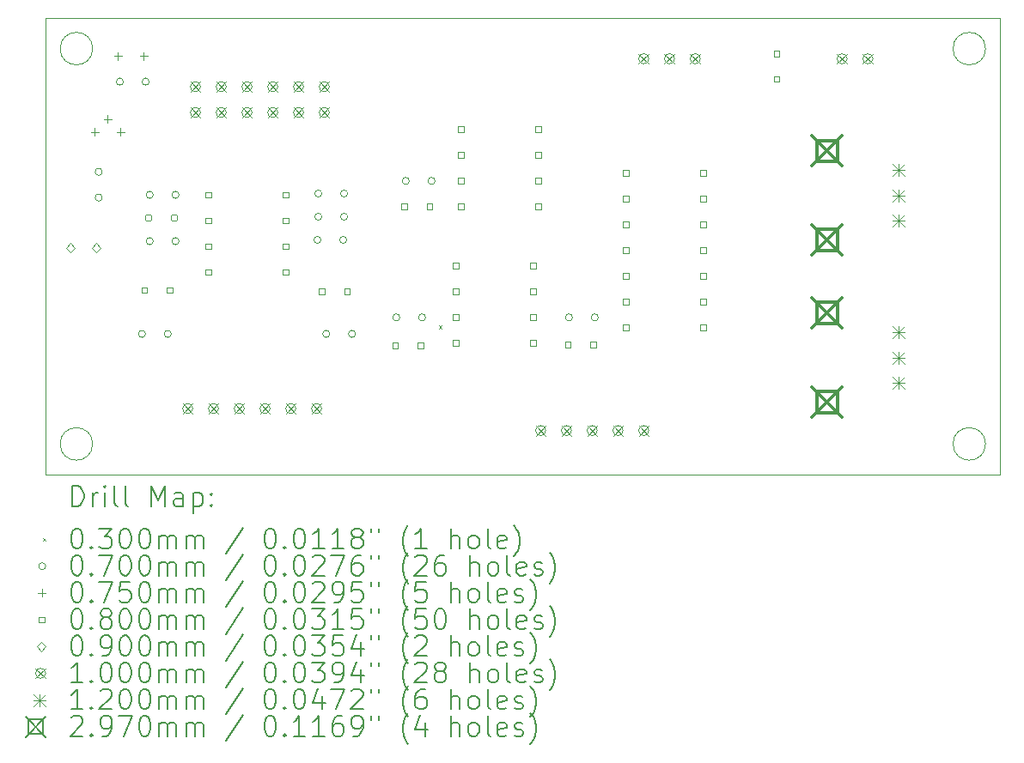
<source format=gbr>
%TF.GenerationSoftware,KiCad,Pcbnew,8.0.8*%
%TF.CreationDate,2025-06-29T12:46:52+09:00*%
%TF.ProjectId,LFOSeparate,4c464f53-6570-4617-9261-74652e6b6963,rev?*%
%TF.SameCoordinates,Original*%
%TF.FileFunction,Drillmap*%
%TF.FilePolarity,Positive*%
%FSLAX45Y45*%
G04 Gerber Fmt 4.5, Leading zero omitted, Abs format (unit mm)*
G04 Created by KiCad (PCBNEW 8.0.8) date 2025-06-29 12:46:52*
%MOMM*%
%LPD*%
G01*
G04 APERTURE LIST*
%ADD10C,0.050000*%
%ADD11C,0.200000*%
%ADD12C,0.100000*%
%ADD13C,0.120000*%
%ADD14C,0.297000*%
G04 APERTURE END LIST*
D10*
X17960000Y-7600000D02*
G75*
G02*
X17640000Y-7600000I-160000J0D01*
G01*
X17640000Y-7600000D02*
G75*
G02*
X17960000Y-7600000I160000J0D01*
G01*
X17960000Y-3700000D02*
G75*
G02*
X17640000Y-3700000I-160000J0D01*
G01*
X17640000Y-3700000D02*
G75*
G02*
X17960000Y-3700000I160000J0D01*
G01*
X9160000Y-7600000D02*
G75*
G02*
X8840000Y-7600000I-160000J0D01*
G01*
X8840000Y-7600000D02*
G75*
G02*
X9160000Y-7600000I160000J0D01*
G01*
X8700000Y-3400000D02*
X18100000Y-3400000D01*
X18100000Y-7900000D01*
X8700000Y-7900000D01*
X8700000Y-3400000D01*
X9160000Y-3700000D02*
G75*
G02*
X8840000Y-3700000I-160000J0D01*
G01*
X8840000Y-3700000D02*
G75*
G02*
X9160000Y-3700000I160000J0D01*
G01*
D11*
D12*
X12569300Y-6431680D02*
X12599300Y-6461680D01*
X12599300Y-6431680D02*
X12569300Y-6461680D01*
X9255200Y-4914900D02*
G75*
G02*
X9185200Y-4914900I-35000J0D01*
G01*
X9185200Y-4914900D02*
G75*
G02*
X9255200Y-4914900I35000J0D01*
G01*
X9255200Y-5168900D02*
G75*
G02*
X9185200Y-5168900I-35000J0D01*
G01*
X9185200Y-5168900D02*
G75*
G02*
X9255200Y-5168900I35000J0D01*
G01*
X9463400Y-4025900D02*
G75*
G02*
X9393400Y-4025900I-35000J0D01*
G01*
X9393400Y-4025900D02*
G75*
G02*
X9463400Y-4025900I35000J0D01*
G01*
X9680800Y-6515100D02*
G75*
G02*
X9610800Y-6515100I-35000J0D01*
G01*
X9610800Y-6515100D02*
G75*
G02*
X9680800Y-6515100I35000J0D01*
G01*
X9717400Y-4025900D02*
G75*
G02*
X9647400Y-4025900I-35000J0D01*
G01*
X9647400Y-4025900D02*
G75*
G02*
X9717400Y-4025900I35000J0D01*
G01*
X9747000Y-5371100D02*
G75*
G02*
X9677000Y-5371100I-35000J0D01*
G01*
X9677000Y-5371100D02*
G75*
G02*
X9747000Y-5371100I35000J0D01*
G01*
X9757000Y-5142500D02*
G75*
G02*
X9687000Y-5142500I-35000J0D01*
G01*
X9687000Y-5142500D02*
G75*
G02*
X9757000Y-5142500I35000J0D01*
G01*
X9757000Y-5599700D02*
G75*
G02*
X9687000Y-5599700I-35000J0D01*
G01*
X9687000Y-5599700D02*
G75*
G02*
X9757000Y-5599700I35000J0D01*
G01*
X9934800Y-6515100D02*
G75*
G02*
X9864800Y-6515100I-35000J0D01*
G01*
X9864800Y-6515100D02*
G75*
G02*
X9934800Y-6515100I35000J0D01*
G01*
X10001000Y-5371100D02*
G75*
G02*
X9931000Y-5371100I-35000J0D01*
G01*
X9931000Y-5371100D02*
G75*
G02*
X10001000Y-5371100I35000J0D01*
G01*
X10011000Y-5142500D02*
G75*
G02*
X9941000Y-5142500I-35000J0D01*
G01*
X9941000Y-5142500D02*
G75*
G02*
X10011000Y-5142500I35000J0D01*
G01*
X10011000Y-5599700D02*
G75*
G02*
X9941000Y-5599700I-35000J0D01*
G01*
X9941000Y-5599700D02*
G75*
G02*
X10011000Y-5599700I35000J0D01*
G01*
X11410700Y-5587000D02*
G75*
G02*
X11340700Y-5587000I-35000J0D01*
G01*
X11340700Y-5587000D02*
G75*
G02*
X11410700Y-5587000I35000J0D01*
G01*
X11420700Y-5129800D02*
G75*
G02*
X11350700Y-5129800I-35000J0D01*
G01*
X11350700Y-5129800D02*
G75*
G02*
X11420700Y-5129800I35000J0D01*
G01*
X11420700Y-5358400D02*
G75*
G02*
X11350700Y-5358400I-35000J0D01*
G01*
X11350700Y-5358400D02*
G75*
G02*
X11420700Y-5358400I35000J0D01*
G01*
X11496900Y-6514100D02*
G75*
G02*
X11426900Y-6514100I-35000J0D01*
G01*
X11426900Y-6514100D02*
G75*
G02*
X11496900Y-6514100I35000J0D01*
G01*
X11664700Y-5587000D02*
G75*
G02*
X11594700Y-5587000I-35000J0D01*
G01*
X11594700Y-5587000D02*
G75*
G02*
X11664700Y-5587000I35000J0D01*
G01*
X11674700Y-5129800D02*
G75*
G02*
X11604700Y-5129800I-35000J0D01*
G01*
X11604700Y-5129800D02*
G75*
G02*
X11674700Y-5129800I35000J0D01*
G01*
X11674700Y-5358400D02*
G75*
G02*
X11604700Y-5358400I-35000J0D01*
G01*
X11604700Y-5358400D02*
G75*
G02*
X11674700Y-5358400I35000J0D01*
G01*
X11750900Y-6514100D02*
G75*
G02*
X11680900Y-6514100I-35000J0D01*
G01*
X11680900Y-6514100D02*
G75*
G02*
X11750900Y-6514100I35000J0D01*
G01*
X12187400Y-6351000D02*
G75*
G02*
X12117400Y-6351000I-35000J0D01*
G01*
X12117400Y-6351000D02*
G75*
G02*
X12187400Y-6351000I35000J0D01*
G01*
X12281300Y-5004800D02*
G75*
G02*
X12211300Y-5004800I-35000J0D01*
G01*
X12211300Y-5004800D02*
G75*
G02*
X12281300Y-5004800I35000J0D01*
G01*
X12441400Y-6351000D02*
G75*
G02*
X12371400Y-6351000I-35000J0D01*
G01*
X12371400Y-6351000D02*
G75*
G02*
X12441400Y-6351000I35000J0D01*
G01*
X12535300Y-5004800D02*
G75*
G02*
X12465300Y-5004800I-35000J0D01*
G01*
X12465300Y-5004800D02*
G75*
G02*
X12535300Y-5004800I35000J0D01*
G01*
X13889200Y-6351000D02*
G75*
G02*
X13819200Y-6351000I-35000J0D01*
G01*
X13819200Y-6351000D02*
G75*
G02*
X13889200Y-6351000I35000J0D01*
G01*
X14143200Y-6351000D02*
G75*
G02*
X14073200Y-6351000I-35000J0D01*
G01*
X14073200Y-6351000D02*
G75*
G02*
X14143200Y-6351000I35000J0D01*
G01*
X9182100Y-4483700D02*
X9182100Y-4558700D01*
X9144600Y-4521200D02*
X9219600Y-4521200D01*
X9309100Y-4356700D02*
X9309100Y-4431700D01*
X9271600Y-4394200D02*
X9346600Y-4394200D01*
X9410700Y-3734400D02*
X9410700Y-3809400D01*
X9373200Y-3771900D02*
X9448200Y-3771900D01*
X9436100Y-4483700D02*
X9436100Y-4558700D01*
X9398600Y-4521200D02*
X9473600Y-4521200D01*
X9664700Y-3734400D02*
X9664700Y-3809400D01*
X9627200Y-3771900D02*
X9702200Y-3771900D01*
X9698485Y-6111584D02*
X9698485Y-6055015D01*
X9641916Y-6055015D01*
X9641916Y-6111584D01*
X9698485Y-6111584D01*
X9948485Y-6111584D02*
X9948485Y-6055015D01*
X9891916Y-6055015D01*
X9891916Y-6111584D01*
X9948485Y-6111584D01*
X10327985Y-5171785D02*
X10327985Y-5115216D01*
X10271416Y-5115216D01*
X10271416Y-5171785D01*
X10327985Y-5171785D01*
X10327985Y-5425785D02*
X10327985Y-5369216D01*
X10271416Y-5369216D01*
X10271416Y-5425785D01*
X10327985Y-5425785D01*
X10327985Y-5679784D02*
X10327985Y-5623215D01*
X10271416Y-5623215D01*
X10271416Y-5679784D01*
X10327985Y-5679784D01*
X10327985Y-5933784D02*
X10327985Y-5877215D01*
X10271416Y-5877215D01*
X10271416Y-5933784D01*
X10327985Y-5933784D01*
X11089985Y-5171785D02*
X11089985Y-5115216D01*
X11033416Y-5115216D01*
X11033416Y-5171785D01*
X11089985Y-5171785D01*
X11089985Y-5425785D02*
X11089985Y-5369216D01*
X11033416Y-5369216D01*
X11033416Y-5425785D01*
X11089985Y-5425785D01*
X11089985Y-5679784D02*
X11089985Y-5623215D01*
X11033416Y-5623215D01*
X11033416Y-5679784D01*
X11089985Y-5679784D01*
X11089985Y-5933784D02*
X11089985Y-5877215D01*
X11033416Y-5877215D01*
X11033416Y-5933784D01*
X11089985Y-5933784D01*
X11447084Y-6123284D02*
X11447084Y-6066715D01*
X11390515Y-6066715D01*
X11390515Y-6123284D01*
X11447084Y-6123284D01*
X11697084Y-6123284D02*
X11697084Y-6066715D01*
X11640515Y-6066715D01*
X11640515Y-6123284D01*
X11697084Y-6123284D01*
X12169984Y-6658684D02*
X12169984Y-6602115D01*
X12113415Y-6602115D01*
X12113415Y-6658684D01*
X12169984Y-6658684D01*
X12258884Y-5287085D02*
X12258884Y-5230516D01*
X12202315Y-5230516D01*
X12202315Y-5287085D01*
X12258884Y-5287085D01*
X12419984Y-6658684D02*
X12419984Y-6602115D01*
X12363415Y-6602115D01*
X12363415Y-6658684D01*
X12419984Y-6658684D01*
X12508884Y-5287085D02*
X12508884Y-5230516D01*
X12452315Y-5230516D01*
X12452315Y-5287085D01*
X12508884Y-5287085D01*
X12764884Y-5871284D02*
X12764884Y-5814715D01*
X12708315Y-5814715D01*
X12708315Y-5871284D01*
X12764884Y-5871284D01*
X12764884Y-6125284D02*
X12764884Y-6068715D01*
X12708315Y-6068715D01*
X12708315Y-6125284D01*
X12764884Y-6125284D01*
X12764884Y-6379284D02*
X12764884Y-6322715D01*
X12708315Y-6322715D01*
X12708315Y-6379284D01*
X12764884Y-6379284D01*
X12764884Y-6633284D02*
X12764884Y-6576715D01*
X12708315Y-6576715D01*
X12708315Y-6633284D01*
X12764884Y-6633284D01*
X12815684Y-4525085D02*
X12815684Y-4468516D01*
X12759115Y-4468516D01*
X12759115Y-4525085D01*
X12815684Y-4525085D01*
X12815684Y-4779085D02*
X12815684Y-4722516D01*
X12759115Y-4722516D01*
X12759115Y-4779085D01*
X12815684Y-4779085D01*
X12815684Y-5033085D02*
X12815684Y-4976516D01*
X12759115Y-4976516D01*
X12759115Y-5033085D01*
X12815684Y-5033085D01*
X12815684Y-5287085D02*
X12815684Y-5230516D01*
X12759115Y-5230516D01*
X12759115Y-5287085D01*
X12815684Y-5287085D01*
X13526884Y-5871284D02*
X13526884Y-5814715D01*
X13470315Y-5814715D01*
X13470315Y-5871284D01*
X13526884Y-5871284D01*
X13526884Y-6125284D02*
X13526884Y-6068715D01*
X13470315Y-6068715D01*
X13470315Y-6125284D01*
X13526884Y-6125284D01*
X13526884Y-6379284D02*
X13526884Y-6322715D01*
X13470315Y-6322715D01*
X13470315Y-6379284D01*
X13526884Y-6379284D01*
X13526884Y-6633284D02*
X13526884Y-6576715D01*
X13470315Y-6576715D01*
X13470315Y-6633284D01*
X13526884Y-6633284D01*
X13577684Y-4525085D02*
X13577684Y-4468516D01*
X13521115Y-4468516D01*
X13521115Y-4525085D01*
X13577684Y-4525085D01*
X13577684Y-4779085D02*
X13577684Y-4722516D01*
X13521115Y-4722516D01*
X13521115Y-4779085D01*
X13577684Y-4779085D01*
X13577684Y-5033085D02*
X13577684Y-4976516D01*
X13521115Y-4976516D01*
X13521115Y-5033085D01*
X13577684Y-5033085D01*
X13577684Y-5287085D02*
X13577684Y-5230516D01*
X13521115Y-5230516D01*
X13521115Y-5287085D01*
X13577684Y-5287085D01*
X13871784Y-6645984D02*
X13871784Y-6589415D01*
X13815215Y-6589415D01*
X13815215Y-6645984D01*
X13871784Y-6645984D01*
X14121784Y-6645984D02*
X14121784Y-6589415D01*
X14065215Y-6589415D01*
X14065215Y-6645984D01*
X14121784Y-6645984D01*
X14441284Y-4956885D02*
X14441284Y-4900316D01*
X14384715Y-4900316D01*
X14384715Y-4956885D01*
X14441284Y-4956885D01*
X14441284Y-5210885D02*
X14441284Y-5154316D01*
X14384715Y-5154316D01*
X14384715Y-5210885D01*
X14441284Y-5210885D01*
X14441284Y-5464885D02*
X14441284Y-5408316D01*
X14384715Y-5408316D01*
X14384715Y-5464885D01*
X14441284Y-5464885D01*
X14441284Y-5718884D02*
X14441284Y-5662315D01*
X14384715Y-5662315D01*
X14384715Y-5718884D01*
X14441284Y-5718884D01*
X14441284Y-5972884D02*
X14441284Y-5916315D01*
X14384715Y-5916315D01*
X14384715Y-5972884D01*
X14441284Y-5972884D01*
X14441284Y-6226884D02*
X14441284Y-6170315D01*
X14384715Y-6170315D01*
X14384715Y-6226884D01*
X14441284Y-6226884D01*
X14441284Y-6480884D02*
X14441284Y-6424315D01*
X14384715Y-6424315D01*
X14384715Y-6480884D01*
X14441284Y-6480884D01*
X15203284Y-4956885D02*
X15203284Y-4900316D01*
X15146715Y-4900316D01*
X15146715Y-4956885D01*
X15203284Y-4956885D01*
X15203284Y-5210885D02*
X15203284Y-5154316D01*
X15146715Y-5154316D01*
X15146715Y-5210885D01*
X15203284Y-5210885D01*
X15203284Y-5464885D02*
X15203284Y-5408316D01*
X15146715Y-5408316D01*
X15146715Y-5464885D01*
X15203284Y-5464885D01*
X15203284Y-5718884D02*
X15203284Y-5662315D01*
X15146715Y-5662315D01*
X15146715Y-5718884D01*
X15203284Y-5718884D01*
X15203284Y-5972884D02*
X15203284Y-5916315D01*
X15146715Y-5916315D01*
X15146715Y-5972884D01*
X15203284Y-5972884D01*
X15203284Y-6226884D02*
X15203284Y-6170315D01*
X15146715Y-6170315D01*
X15146715Y-6226884D01*
X15203284Y-6226884D01*
X15203284Y-6480884D02*
X15203284Y-6424315D01*
X15146715Y-6424315D01*
X15146715Y-6480884D01*
X15203284Y-6480884D01*
X15928284Y-3778284D02*
X15928284Y-3721715D01*
X15871715Y-3721715D01*
X15871715Y-3778284D01*
X15928284Y-3778284D01*
X15928284Y-4028284D02*
X15928284Y-3971715D01*
X15871715Y-3971715D01*
X15871715Y-4028284D01*
X15928284Y-4028284D01*
X8940800Y-5709200D02*
X8985800Y-5664200D01*
X8940800Y-5619200D01*
X8895800Y-5664200D01*
X8940800Y-5709200D01*
X9194800Y-5709200D02*
X9239800Y-5664200D01*
X9194800Y-5619200D01*
X9149800Y-5664200D01*
X9194800Y-5709200D01*
X10046500Y-7201700D02*
X10146500Y-7301700D01*
X10146500Y-7201700D02*
X10046500Y-7301700D01*
X10146500Y-7251700D02*
G75*
G02*
X10046500Y-7251700I-50000J0D01*
G01*
X10046500Y-7251700D02*
G75*
G02*
X10146500Y-7251700I50000J0D01*
G01*
X10122700Y-4026700D02*
X10222700Y-4126700D01*
X10222700Y-4026700D02*
X10122700Y-4126700D01*
X10222700Y-4076700D02*
G75*
G02*
X10122700Y-4076700I-50000J0D01*
G01*
X10122700Y-4076700D02*
G75*
G02*
X10222700Y-4076700I50000J0D01*
G01*
X10122700Y-4280700D02*
X10222700Y-4380700D01*
X10222700Y-4280700D02*
X10122700Y-4380700D01*
X10222700Y-4330700D02*
G75*
G02*
X10122700Y-4330700I-50000J0D01*
G01*
X10122700Y-4330700D02*
G75*
G02*
X10222700Y-4330700I50000J0D01*
G01*
X10300500Y-7201700D02*
X10400500Y-7301700D01*
X10400500Y-7201700D02*
X10300500Y-7301700D01*
X10400500Y-7251700D02*
G75*
G02*
X10300500Y-7251700I-50000J0D01*
G01*
X10300500Y-7251700D02*
G75*
G02*
X10400500Y-7251700I50000J0D01*
G01*
X10376700Y-4026700D02*
X10476700Y-4126700D01*
X10476700Y-4026700D02*
X10376700Y-4126700D01*
X10476700Y-4076700D02*
G75*
G02*
X10376700Y-4076700I-50000J0D01*
G01*
X10376700Y-4076700D02*
G75*
G02*
X10476700Y-4076700I50000J0D01*
G01*
X10376700Y-4280700D02*
X10476700Y-4380700D01*
X10476700Y-4280700D02*
X10376700Y-4380700D01*
X10476700Y-4330700D02*
G75*
G02*
X10376700Y-4330700I-50000J0D01*
G01*
X10376700Y-4330700D02*
G75*
G02*
X10476700Y-4330700I50000J0D01*
G01*
X10554500Y-7201700D02*
X10654500Y-7301700D01*
X10654500Y-7201700D02*
X10554500Y-7301700D01*
X10654500Y-7251700D02*
G75*
G02*
X10554500Y-7251700I-50000J0D01*
G01*
X10554500Y-7251700D02*
G75*
G02*
X10654500Y-7251700I50000J0D01*
G01*
X10630700Y-4026700D02*
X10730700Y-4126700D01*
X10730700Y-4026700D02*
X10630700Y-4126700D01*
X10730700Y-4076700D02*
G75*
G02*
X10630700Y-4076700I-50000J0D01*
G01*
X10630700Y-4076700D02*
G75*
G02*
X10730700Y-4076700I50000J0D01*
G01*
X10630700Y-4280700D02*
X10730700Y-4380700D01*
X10730700Y-4280700D02*
X10630700Y-4380700D01*
X10730700Y-4330700D02*
G75*
G02*
X10630700Y-4330700I-50000J0D01*
G01*
X10630700Y-4330700D02*
G75*
G02*
X10730700Y-4330700I50000J0D01*
G01*
X10808500Y-7201700D02*
X10908500Y-7301700D01*
X10908500Y-7201700D02*
X10808500Y-7301700D01*
X10908500Y-7251700D02*
G75*
G02*
X10808500Y-7251700I-50000J0D01*
G01*
X10808500Y-7251700D02*
G75*
G02*
X10908500Y-7251700I50000J0D01*
G01*
X10884700Y-4026700D02*
X10984700Y-4126700D01*
X10984700Y-4026700D02*
X10884700Y-4126700D01*
X10984700Y-4076700D02*
G75*
G02*
X10884700Y-4076700I-50000J0D01*
G01*
X10884700Y-4076700D02*
G75*
G02*
X10984700Y-4076700I50000J0D01*
G01*
X10884700Y-4280700D02*
X10984700Y-4380700D01*
X10984700Y-4280700D02*
X10884700Y-4380700D01*
X10984700Y-4330700D02*
G75*
G02*
X10884700Y-4330700I-50000J0D01*
G01*
X10884700Y-4330700D02*
G75*
G02*
X10984700Y-4330700I50000J0D01*
G01*
X11062500Y-7201700D02*
X11162500Y-7301700D01*
X11162500Y-7201700D02*
X11062500Y-7301700D01*
X11162500Y-7251700D02*
G75*
G02*
X11062500Y-7251700I-50000J0D01*
G01*
X11062500Y-7251700D02*
G75*
G02*
X11162500Y-7251700I50000J0D01*
G01*
X11138700Y-4026700D02*
X11238700Y-4126700D01*
X11238700Y-4026700D02*
X11138700Y-4126700D01*
X11238700Y-4076700D02*
G75*
G02*
X11138700Y-4076700I-50000J0D01*
G01*
X11138700Y-4076700D02*
G75*
G02*
X11238700Y-4076700I50000J0D01*
G01*
X11138700Y-4280700D02*
X11238700Y-4380700D01*
X11238700Y-4280700D02*
X11138700Y-4380700D01*
X11238700Y-4330700D02*
G75*
G02*
X11138700Y-4330700I-50000J0D01*
G01*
X11138700Y-4330700D02*
G75*
G02*
X11238700Y-4330700I50000J0D01*
G01*
X11316500Y-7201700D02*
X11416500Y-7301700D01*
X11416500Y-7201700D02*
X11316500Y-7301700D01*
X11416500Y-7251700D02*
G75*
G02*
X11316500Y-7251700I-50000J0D01*
G01*
X11316500Y-7251700D02*
G75*
G02*
X11416500Y-7251700I50000J0D01*
G01*
X11392700Y-4026700D02*
X11492700Y-4126700D01*
X11492700Y-4026700D02*
X11392700Y-4126700D01*
X11492700Y-4076700D02*
G75*
G02*
X11392700Y-4076700I-50000J0D01*
G01*
X11392700Y-4076700D02*
G75*
G02*
X11492700Y-4076700I50000J0D01*
G01*
X11392700Y-4280700D02*
X11492700Y-4380700D01*
X11492700Y-4280700D02*
X11392700Y-4380700D01*
X11492700Y-4330700D02*
G75*
G02*
X11392700Y-4330700I-50000J0D01*
G01*
X11392700Y-4330700D02*
G75*
G02*
X11492700Y-4330700I50000J0D01*
G01*
X13526300Y-7417600D02*
X13626300Y-7517600D01*
X13626300Y-7417600D02*
X13526300Y-7517600D01*
X13626300Y-7467600D02*
G75*
G02*
X13526300Y-7467600I-50000J0D01*
G01*
X13526300Y-7467600D02*
G75*
G02*
X13626300Y-7467600I50000J0D01*
G01*
X13780300Y-7417600D02*
X13880300Y-7517600D01*
X13880300Y-7417600D02*
X13780300Y-7517600D01*
X13880300Y-7467600D02*
G75*
G02*
X13780300Y-7467600I-50000J0D01*
G01*
X13780300Y-7467600D02*
G75*
G02*
X13880300Y-7467600I50000J0D01*
G01*
X14034300Y-7417600D02*
X14134300Y-7517600D01*
X14134300Y-7417600D02*
X14034300Y-7517600D01*
X14134300Y-7467600D02*
G75*
G02*
X14034300Y-7467600I-50000J0D01*
G01*
X14034300Y-7467600D02*
G75*
G02*
X14134300Y-7467600I50000J0D01*
G01*
X14288300Y-7417600D02*
X14388300Y-7517600D01*
X14388300Y-7417600D02*
X14288300Y-7517600D01*
X14388300Y-7467600D02*
G75*
G02*
X14288300Y-7467600I-50000J0D01*
G01*
X14288300Y-7467600D02*
G75*
G02*
X14388300Y-7467600I50000J0D01*
G01*
X14542000Y-3750000D02*
X14642000Y-3850000D01*
X14642000Y-3750000D02*
X14542000Y-3850000D01*
X14642000Y-3800000D02*
G75*
G02*
X14542000Y-3800000I-50000J0D01*
G01*
X14542000Y-3800000D02*
G75*
G02*
X14642000Y-3800000I50000J0D01*
G01*
X14542300Y-7417600D02*
X14642300Y-7517600D01*
X14642300Y-7417600D02*
X14542300Y-7517600D01*
X14642300Y-7467600D02*
G75*
G02*
X14542300Y-7467600I-50000J0D01*
G01*
X14542300Y-7467600D02*
G75*
G02*
X14642300Y-7467600I50000J0D01*
G01*
X14796000Y-3750000D02*
X14896000Y-3850000D01*
X14896000Y-3750000D02*
X14796000Y-3850000D01*
X14896000Y-3800000D02*
G75*
G02*
X14796000Y-3800000I-50000J0D01*
G01*
X14796000Y-3800000D02*
G75*
G02*
X14896000Y-3800000I50000J0D01*
G01*
X15050000Y-3750000D02*
X15150000Y-3850000D01*
X15150000Y-3750000D02*
X15050000Y-3850000D01*
X15150000Y-3800000D02*
G75*
G02*
X15050000Y-3800000I-50000J0D01*
G01*
X15050000Y-3800000D02*
G75*
G02*
X15150000Y-3800000I50000J0D01*
G01*
X16496000Y-3750000D02*
X16596000Y-3850000D01*
X16596000Y-3750000D02*
X16496000Y-3850000D01*
X16596000Y-3800000D02*
G75*
G02*
X16496000Y-3800000I-50000J0D01*
G01*
X16496000Y-3800000D02*
G75*
G02*
X16596000Y-3800000I50000J0D01*
G01*
X16750000Y-3750000D02*
X16850000Y-3850000D01*
X16850000Y-3750000D02*
X16750000Y-3850000D01*
X16850000Y-3800000D02*
G75*
G02*
X16750000Y-3800000I-50000J0D01*
G01*
X16750000Y-3800000D02*
G75*
G02*
X16850000Y-3800000I50000J0D01*
G01*
D13*
X17040000Y-4840000D02*
X17160000Y-4960000D01*
X17160000Y-4840000D02*
X17040000Y-4960000D01*
X17100000Y-4840000D02*
X17100000Y-4960000D01*
X17040000Y-4900000D02*
X17160000Y-4900000D01*
X17040000Y-5090000D02*
X17160000Y-5210000D01*
X17160000Y-5090000D02*
X17040000Y-5210000D01*
X17100000Y-5090000D02*
X17100000Y-5210000D01*
X17040000Y-5150000D02*
X17160000Y-5150000D01*
X17040000Y-5340000D02*
X17160000Y-5460000D01*
X17160000Y-5340000D02*
X17040000Y-5460000D01*
X17100000Y-5340000D02*
X17100000Y-5460000D01*
X17040000Y-5400000D02*
X17160000Y-5400000D01*
X17040000Y-6440000D02*
X17160000Y-6560000D01*
X17160000Y-6440000D02*
X17040000Y-6560000D01*
X17100000Y-6440000D02*
X17100000Y-6560000D01*
X17040000Y-6500000D02*
X17160000Y-6500000D01*
X17040000Y-6690000D02*
X17160000Y-6810000D01*
X17160000Y-6690000D02*
X17040000Y-6810000D01*
X17100000Y-6690000D02*
X17100000Y-6810000D01*
X17040000Y-6750000D02*
X17160000Y-6750000D01*
X17040000Y-6940000D02*
X17160000Y-7060000D01*
X17160000Y-6940000D02*
X17040000Y-7060000D01*
X17100000Y-6940000D02*
X17100000Y-7060000D01*
X17040000Y-7000000D02*
X17160000Y-7000000D01*
D14*
X16251500Y-4561500D02*
X16548500Y-4858500D01*
X16548500Y-4561500D02*
X16251500Y-4858500D01*
X16505006Y-4815006D02*
X16505006Y-4604994D01*
X16294994Y-4604994D01*
X16294994Y-4815006D01*
X16505006Y-4815006D01*
X16251500Y-5441500D02*
X16548500Y-5738500D01*
X16548500Y-5441500D02*
X16251500Y-5738500D01*
X16505006Y-5695006D02*
X16505006Y-5484994D01*
X16294994Y-5484994D01*
X16294994Y-5695006D01*
X16505006Y-5695006D01*
X16251500Y-6161500D02*
X16548500Y-6458500D01*
X16548500Y-6161500D02*
X16251500Y-6458500D01*
X16505006Y-6415006D02*
X16505006Y-6204994D01*
X16294994Y-6204994D01*
X16294994Y-6415006D01*
X16505006Y-6415006D01*
X16251500Y-7041500D02*
X16548500Y-7338500D01*
X16548500Y-7041500D02*
X16251500Y-7338500D01*
X16505006Y-7295006D02*
X16505006Y-7084994D01*
X16294994Y-7084994D01*
X16294994Y-7295006D01*
X16505006Y-7295006D01*
D11*
X8958277Y-8213984D02*
X8958277Y-8013984D01*
X8958277Y-8013984D02*
X9005896Y-8013984D01*
X9005896Y-8013984D02*
X9034467Y-8023508D01*
X9034467Y-8023508D02*
X9053515Y-8042555D01*
X9053515Y-8042555D02*
X9063039Y-8061603D01*
X9063039Y-8061603D02*
X9072563Y-8099698D01*
X9072563Y-8099698D02*
X9072563Y-8128269D01*
X9072563Y-8128269D02*
X9063039Y-8166365D01*
X9063039Y-8166365D02*
X9053515Y-8185412D01*
X9053515Y-8185412D02*
X9034467Y-8204460D01*
X9034467Y-8204460D02*
X9005896Y-8213984D01*
X9005896Y-8213984D02*
X8958277Y-8213984D01*
X9158277Y-8213984D02*
X9158277Y-8080650D01*
X9158277Y-8118746D02*
X9167801Y-8099698D01*
X9167801Y-8099698D02*
X9177324Y-8090174D01*
X9177324Y-8090174D02*
X9196372Y-8080650D01*
X9196372Y-8080650D02*
X9215420Y-8080650D01*
X9282086Y-8213984D02*
X9282086Y-8080650D01*
X9282086Y-8013984D02*
X9272563Y-8023508D01*
X9272563Y-8023508D02*
X9282086Y-8033031D01*
X9282086Y-8033031D02*
X9291610Y-8023508D01*
X9291610Y-8023508D02*
X9282086Y-8013984D01*
X9282086Y-8013984D02*
X9282086Y-8033031D01*
X9405896Y-8213984D02*
X9386848Y-8204460D01*
X9386848Y-8204460D02*
X9377324Y-8185412D01*
X9377324Y-8185412D02*
X9377324Y-8013984D01*
X9510658Y-8213984D02*
X9491610Y-8204460D01*
X9491610Y-8204460D02*
X9482086Y-8185412D01*
X9482086Y-8185412D02*
X9482086Y-8013984D01*
X9739229Y-8213984D02*
X9739229Y-8013984D01*
X9739229Y-8013984D02*
X9805896Y-8156841D01*
X9805896Y-8156841D02*
X9872563Y-8013984D01*
X9872563Y-8013984D02*
X9872563Y-8213984D01*
X10053515Y-8213984D02*
X10053515Y-8109222D01*
X10053515Y-8109222D02*
X10043991Y-8090174D01*
X10043991Y-8090174D02*
X10024944Y-8080650D01*
X10024944Y-8080650D02*
X9986848Y-8080650D01*
X9986848Y-8080650D02*
X9967801Y-8090174D01*
X10053515Y-8204460D02*
X10034467Y-8213984D01*
X10034467Y-8213984D02*
X9986848Y-8213984D01*
X9986848Y-8213984D02*
X9967801Y-8204460D01*
X9967801Y-8204460D02*
X9958277Y-8185412D01*
X9958277Y-8185412D02*
X9958277Y-8166365D01*
X9958277Y-8166365D02*
X9967801Y-8147317D01*
X9967801Y-8147317D02*
X9986848Y-8137793D01*
X9986848Y-8137793D02*
X10034467Y-8137793D01*
X10034467Y-8137793D02*
X10053515Y-8128269D01*
X10148753Y-8080650D02*
X10148753Y-8280650D01*
X10148753Y-8090174D02*
X10167801Y-8080650D01*
X10167801Y-8080650D02*
X10205896Y-8080650D01*
X10205896Y-8080650D02*
X10224944Y-8090174D01*
X10224944Y-8090174D02*
X10234467Y-8099698D01*
X10234467Y-8099698D02*
X10243991Y-8118746D01*
X10243991Y-8118746D02*
X10243991Y-8175888D01*
X10243991Y-8175888D02*
X10234467Y-8194936D01*
X10234467Y-8194936D02*
X10224944Y-8204460D01*
X10224944Y-8204460D02*
X10205896Y-8213984D01*
X10205896Y-8213984D02*
X10167801Y-8213984D01*
X10167801Y-8213984D02*
X10148753Y-8204460D01*
X10329705Y-8194936D02*
X10339229Y-8204460D01*
X10339229Y-8204460D02*
X10329705Y-8213984D01*
X10329705Y-8213984D02*
X10320182Y-8204460D01*
X10320182Y-8204460D02*
X10329705Y-8194936D01*
X10329705Y-8194936D02*
X10329705Y-8213984D01*
X10329705Y-8090174D02*
X10339229Y-8099698D01*
X10339229Y-8099698D02*
X10329705Y-8109222D01*
X10329705Y-8109222D02*
X10320182Y-8099698D01*
X10320182Y-8099698D02*
X10329705Y-8090174D01*
X10329705Y-8090174D02*
X10329705Y-8109222D01*
D12*
X8667500Y-8527500D02*
X8697500Y-8557500D01*
X8697500Y-8527500D02*
X8667500Y-8557500D01*
D11*
X8996372Y-8433984D02*
X9015420Y-8433984D01*
X9015420Y-8433984D02*
X9034467Y-8443508D01*
X9034467Y-8443508D02*
X9043991Y-8453031D01*
X9043991Y-8453031D02*
X9053515Y-8472079D01*
X9053515Y-8472079D02*
X9063039Y-8510174D01*
X9063039Y-8510174D02*
X9063039Y-8557793D01*
X9063039Y-8557793D02*
X9053515Y-8595889D01*
X9053515Y-8595889D02*
X9043991Y-8614936D01*
X9043991Y-8614936D02*
X9034467Y-8624460D01*
X9034467Y-8624460D02*
X9015420Y-8633984D01*
X9015420Y-8633984D02*
X8996372Y-8633984D01*
X8996372Y-8633984D02*
X8977324Y-8624460D01*
X8977324Y-8624460D02*
X8967801Y-8614936D01*
X8967801Y-8614936D02*
X8958277Y-8595889D01*
X8958277Y-8595889D02*
X8948753Y-8557793D01*
X8948753Y-8557793D02*
X8948753Y-8510174D01*
X8948753Y-8510174D02*
X8958277Y-8472079D01*
X8958277Y-8472079D02*
X8967801Y-8453031D01*
X8967801Y-8453031D02*
X8977324Y-8443508D01*
X8977324Y-8443508D02*
X8996372Y-8433984D01*
X9148753Y-8614936D02*
X9158277Y-8624460D01*
X9158277Y-8624460D02*
X9148753Y-8633984D01*
X9148753Y-8633984D02*
X9139229Y-8624460D01*
X9139229Y-8624460D02*
X9148753Y-8614936D01*
X9148753Y-8614936D02*
X9148753Y-8633984D01*
X9224944Y-8433984D02*
X9348753Y-8433984D01*
X9348753Y-8433984D02*
X9282086Y-8510174D01*
X9282086Y-8510174D02*
X9310658Y-8510174D01*
X9310658Y-8510174D02*
X9329705Y-8519698D01*
X9329705Y-8519698D02*
X9339229Y-8529222D01*
X9339229Y-8529222D02*
X9348753Y-8548270D01*
X9348753Y-8548270D02*
X9348753Y-8595889D01*
X9348753Y-8595889D02*
X9339229Y-8614936D01*
X9339229Y-8614936D02*
X9329705Y-8624460D01*
X9329705Y-8624460D02*
X9310658Y-8633984D01*
X9310658Y-8633984D02*
X9253515Y-8633984D01*
X9253515Y-8633984D02*
X9234467Y-8624460D01*
X9234467Y-8624460D02*
X9224944Y-8614936D01*
X9472563Y-8433984D02*
X9491610Y-8433984D01*
X9491610Y-8433984D02*
X9510658Y-8443508D01*
X9510658Y-8443508D02*
X9520182Y-8453031D01*
X9520182Y-8453031D02*
X9529705Y-8472079D01*
X9529705Y-8472079D02*
X9539229Y-8510174D01*
X9539229Y-8510174D02*
X9539229Y-8557793D01*
X9539229Y-8557793D02*
X9529705Y-8595889D01*
X9529705Y-8595889D02*
X9520182Y-8614936D01*
X9520182Y-8614936D02*
X9510658Y-8624460D01*
X9510658Y-8624460D02*
X9491610Y-8633984D01*
X9491610Y-8633984D02*
X9472563Y-8633984D01*
X9472563Y-8633984D02*
X9453515Y-8624460D01*
X9453515Y-8624460D02*
X9443991Y-8614936D01*
X9443991Y-8614936D02*
X9434467Y-8595889D01*
X9434467Y-8595889D02*
X9424944Y-8557793D01*
X9424944Y-8557793D02*
X9424944Y-8510174D01*
X9424944Y-8510174D02*
X9434467Y-8472079D01*
X9434467Y-8472079D02*
X9443991Y-8453031D01*
X9443991Y-8453031D02*
X9453515Y-8443508D01*
X9453515Y-8443508D02*
X9472563Y-8433984D01*
X9663039Y-8433984D02*
X9682086Y-8433984D01*
X9682086Y-8433984D02*
X9701134Y-8443508D01*
X9701134Y-8443508D02*
X9710658Y-8453031D01*
X9710658Y-8453031D02*
X9720182Y-8472079D01*
X9720182Y-8472079D02*
X9729705Y-8510174D01*
X9729705Y-8510174D02*
X9729705Y-8557793D01*
X9729705Y-8557793D02*
X9720182Y-8595889D01*
X9720182Y-8595889D02*
X9710658Y-8614936D01*
X9710658Y-8614936D02*
X9701134Y-8624460D01*
X9701134Y-8624460D02*
X9682086Y-8633984D01*
X9682086Y-8633984D02*
X9663039Y-8633984D01*
X9663039Y-8633984D02*
X9643991Y-8624460D01*
X9643991Y-8624460D02*
X9634467Y-8614936D01*
X9634467Y-8614936D02*
X9624944Y-8595889D01*
X9624944Y-8595889D02*
X9615420Y-8557793D01*
X9615420Y-8557793D02*
X9615420Y-8510174D01*
X9615420Y-8510174D02*
X9624944Y-8472079D01*
X9624944Y-8472079D02*
X9634467Y-8453031D01*
X9634467Y-8453031D02*
X9643991Y-8443508D01*
X9643991Y-8443508D02*
X9663039Y-8433984D01*
X9815420Y-8633984D02*
X9815420Y-8500650D01*
X9815420Y-8519698D02*
X9824944Y-8510174D01*
X9824944Y-8510174D02*
X9843991Y-8500650D01*
X9843991Y-8500650D02*
X9872563Y-8500650D01*
X9872563Y-8500650D02*
X9891610Y-8510174D01*
X9891610Y-8510174D02*
X9901134Y-8529222D01*
X9901134Y-8529222D02*
X9901134Y-8633984D01*
X9901134Y-8529222D02*
X9910658Y-8510174D01*
X9910658Y-8510174D02*
X9929705Y-8500650D01*
X9929705Y-8500650D02*
X9958277Y-8500650D01*
X9958277Y-8500650D02*
X9977325Y-8510174D01*
X9977325Y-8510174D02*
X9986848Y-8529222D01*
X9986848Y-8529222D02*
X9986848Y-8633984D01*
X10082086Y-8633984D02*
X10082086Y-8500650D01*
X10082086Y-8519698D02*
X10091610Y-8510174D01*
X10091610Y-8510174D02*
X10110658Y-8500650D01*
X10110658Y-8500650D02*
X10139229Y-8500650D01*
X10139229Y-8500650D02*
X10158277Y-8510174D01*
X10158277Y-8510174D02*
X10167801Y-8529222D01*
X10167801Y-8529222D02*
X10167801Y-8633984D01*
X10167801Y-8529222D02*
X10177325Y-8510174D01*
X10177325Y-8510174D02*
X10196372Y-8500650D01*
X10196372Y-8500650D02*
X10224944Y-8500650D01*
X10224944Y-8500650D02*
X10243991Y-8510174D01*
X10243991Y-8510174D02*
X10253515Y-8529222D01*
X10253515Y-8529222D02*
X10253515Y-8633984D01*
X10643991Y-8424460D02*
X10472563Y-8681603D01*
X10901134Y-8433984D02*
X10920182Y-8433984D01*
X10920182Y-8433984D02*
X10939229Y-8443508D01*
X10939229Y-8443508D02*
X10948753Y-8453031D01*
X10948753Y-8453031D02*
X10958277Y-8472079D01*
X10958277Y-8472079D02*
X10967801Y-8510174D01*
X10967801Y-8510174D02*
X10967801Y-8557793D01*
X10967801Y-8557793D02*
X10958277Y-8595889D01*
X10958277Y-8595889D02*
X10948753Y-8614936D01*
X10948753Y-8614936D02*
X10939229Y-8624460D01*
X10939229Y-8624460D02*
X10920182Y-8633984D01*
X10920182Y-8633984D02*
X10901134Y-8633984D01*
X10901134Y-8633984D02*
X10882087Y-8624460D01*
X10882087Y-8624460D02*
X10872563Y-8614936D01*
X10872563Y-8614936D02*
X10863039Y-8595889D01*
X10863039Y-8595889D02*
X10853515Y-8557793D01*
X10853515Y-8557793D02*
X10853515Y-8510174D01*
X10853515Y-8510174D02*
X10863039Y-8472079D01*
X10863039Y-8472079D02*
X10872563Y-8453031D01*
X10872563Y-8453031D02*
X10882087Y-8443508D01*
X10882087Y-8443508D02*
X10901134Y-8433984D01*
X11053515Y-8614936D02*
X11063039Y-8624460D01*
X11063039Y-8624460D02*
X11053515Y-8633984D01*
X11053515Y-8633984D02*
X11043991Y-8624460D01*
X11043991Y-8624460D02*
X11053515Y-8614936D01*
X11053515Y-8614936D02*
X11053515Y-8633984D01*
X11186848Y-8433984D02*
X11205896Y-8433984D01*
X11205896Y-8433984D02*
X11224944Y-8443508D01*
X11224944Y-8443508D02*
X11234467Y-8453031D01*
X11234467Y-8453031D02*
X11243991Y-8472079D01*
X11243991Y-8472079D02*
X11253515Y-8510174D01*
X11253515Y-8510174D02*
X11253515Y-8557793D01*
X11253515Y-8557793D02*
X11243991Y-8595889D01*
X11243991Y-8595889D02*
X11234467Y-8614936D01*
X11234467Y-8614936D02*
X11224944Y-8624460D01*
X11224944Y-8624460D02*
X11205896Y-8633984D01*
X11205896Y-8633984D02*
X11186848Y-8633984D01*
X11186848Y-8633984D02*
X11167801Y-8624460D01*
X11167801Y-8624460D02*
X11158277Y-8614936D01*
X11158277Y-8614936D02*
X11148753Y-8595889D01*
X11148753Y-8595889D02*
X11139229Y-8557793D01*
X11139229Y-8557793D02*
X11139229Y-8510174D01*
X11139229Y-8510174D02*
X11148753Y-8472079D01*
X11148753Y-8472079D02*
X11158277Y-8453031D01*
X11158277Y-8453031D02*
X11167801Y-8443508D01*
X11167801Y-8443508D02*
X11186848Y-8433984D01*
X11443991Y-8633984D02*
X11329706Y-8633984D01*
X11386848Y-8633984D02*
X11386848Y-8433984D01*
X11386848Y-8433984D02*
X11367801Y-8462555D01*
X11367801Y-8462555D02*
X11348753Y-8481603D01*
X11348753Y-8481603D02*
X11329706Y-8491127D01*
X11634467Y-8633984D02*
X11520182Y-8633984D01*
X11577325Y-8633984D02*
X11577325Y-8433984D01*
X11577325Y-8433984D02*
X11558277Y-8462555D01*
X11558277Y-8462555D02*
X11539229Y-8481603D01*
X11539229Y-8481603D02*
X11520182Y-8491127D01*
X11748753Y-8519698D02*
X11729706Y-8510174D01*
X11729706Y-8510174D02*
X11720182Y-8500650D01*
X11720182Y-8500650D02*
X11710658Y-8481603D01*
X11710658Y-8481603D02*
X11710658Y-8472079D01*
X11710658Y-8472079D02*
X11720182Y-8453031D01*
X11720182Y-8453031D02*
X11729706Y-8443508D01*
X11729706Y-8443508D02*
X11748753Y-8433984D01*
X11748753Y-8433984D02*
X11786848Y-8433984D01*
X11786848Y-8433984D02*
X11805896Y-8443508D01*
X11805896Y-8443508D02*
X11815420Y-8453031D01*
X11815420Y-8453031D02*
X11824944Y-8472079D01*
X11824944Y-8472079D02*
X11824944Y-8481603D01*
X11824944Y-8481603D02*
X11815420Y-8500650D01*
X11815420Y-8500650D02*
X11805896Y-8510174D01*
X11805896Y-8510174D02*
X11786848Y-8519698D01*
X11786848Y-8519698D02*
X11748753Y-8519698D01*
X11748753Y-8519698D02*
X11729706Y-8529222D01*
X11729706Y-8529222D02*
X11720182Y-8538746D01*
X11720182Y-8538746D02*
X11710658Y-8557793D01*
X11710658Y-8557793D02*
X11710658Y-8595889D01*
X11710658Y-8595889D02*
X11720182Y-8614936D01*
X11720182Y-8614936D02*
X11729706Y-8624460D01*
X11729706Y-8624460D02*
X11748753Y-8633984D01*
X11748753Y-8633984D02*
X11786848Y-8633984D01*
X11786848Y-8633984D02*
X11805896Y-8624460D01*
X11805896Y-8624460D02*
X11815420Y-8614936D01*
X11815420Y-8614936D02*
X11824944Y-8595889D01*
X11824944Y-8595889D02*
X11824944Y-8557793D01*
X11824944Y-8557793D02*
X11815420Y-8538746D01*
X11815420Y-8538746D02*
X11805896Y-8529222D01*
X11805896Y-8529222D02*
X11786848Y-8519698D01*
X11901134Y-8433984D02*
X11901134Y-8472079D01*
X11977325Y-8433984D02*
X11977325Y-8472079D01*
X12272563Y-8710174D02*
X12263039Y-8700650D01*
X12263039Y-8700650D02*
X12243991Y-8672079D01*
X12243991Y-8672079D02*
X12234468Y-8653031D01*
X12234468Y-8653031D02*
X12224944Y-8624460D01*
X12224944Y-8624460D02*
X12215420Y-8576841D01*
X12215420Y-8576841D02*
X12215420Y-8538746D01*
X12215420Y-8538746D02*
X12224944Y-8491127D01*
X12224944Y-8491127D02*
X12234468Y-8462555D01*
X12234468Y-8462555D02*
X12243991Y-8443508D01*
X12243991Y-8443508D02*
X12263039Y-8414936D01*
X12263039Y-8414936D02*
X12272563Y-8405412D01*
X12453515Y-8633984D02*
X12339229Y-8633984D01*
X12396372Y-8633984D02*
X12396372Y-8433984D01*
X12396372Y-8433984D02*
X12377325Y-8462555D01*
X12377325Y-8462555D02*
X12358277Y-8481603D01*
X12358277Y-8481603D02*
X12339229Y-8491127D01*
X12691610Y-8633984D02*
X12691610Y-8433984D01*
X12777325Y-8633984D02*
X12777325Y-8529222D01*
X12777325Y-8529222D02*
X12767801Y-8510174D01*
X12767801Y-8510174D02*
X12748753Y-8500650D01*
X12748753Y-8500650D02*
X12720182Y-8500650D01*
X12720182Y-8500650D02*
X12701134Y-8510174D01*
X12701134Y-8510174D02*
X12691610Y-8519698D01*
X12901134Y-8633984D02*
X12882087Y-8624460D01*
X12882087Y-8624460D02*
X12872563Y-8614936D01*
X12872563Y-8614936D02*
X12863039Y-8595889D01*
X12863039Y-8595889D02*
X12863039Y-8538746D01*
X12863039Y-8538746D02*
X12872563Y-8519698D01*
X12872563Y-8519698D02*
X12882087Y-8510174D01*
X12882087Y-8510174D02*
X12901134Y-8500650D01*
X12901134Y-8500650D02*
X12929706Y-8500650D01*
X12929706Y-8500650D02*
X12948753Y-8510174D01*
X12948753Y-8510174D02*
X12958277Y-8519698D01*
X12958277Y-8519698D02*
X12967801Y-8538746D01*
X12967801Y-8538746D02*
X12967801Y-8595889D01*
X12967801Y-8595889D02*
X12958277Y-8614936D01*
X12958277Y-8614936D02*
X12948753Y-8624460D01*
X12948753Y-8624460D02*
X12929706Y-8633984D01*
X12929706Y-8633984D02*
X12901134Y-8633984D01*
X13082087Y-8633984D02*
X13063039Y-8624460D01*
X13063039Y-8624460D02*
X13053515Y-8605412D01*
X13053515Y-8605412D02*
X13053515Y-8433984D01*
X13234468Y-8624460D02*
X13215420Y-8633984D01*
X13215420Y-8633984D02*
X13177325Y-8633984D01*
X13177325Y-8633984D02*
X13158277Y-8624460D01*
X13158277Y-8624460D02*
X13148753Y-8605412D01*
X13148753Y-8605412D02*
X13148753Y-8529222D01*
X13148753Y-8529222D02*
X13158277Y-8510174D01*
X13158277Y-8510174D02*
X13177325Y-8500650D01*
X13177325Y-8500650D02*
X13215420Y-8500650D01*
X13215420Y-8500650D02*
X13234468Y-8510174D01*
X13234468Y-8510174D02*
X13243991Y-8529222D01*
X13243991Y-8529222D02*
X13243991Y-8548270D01*
X13243991Y-8548270D02*
X13148753Y-8567317D01*
X13310658Y-8710174D02*
X13320182Y-8700650D01*
X13320182Y-8700650D02*
X13339230Y-8672079D01*
X13339230Y-8672079D02*
X13348753Y-8653031D01*
X13348753Y-8653031D02*
X13358277Y-8624460D01*
X13358277Y-8624460D02*
X13367801Y-8576841D01*
X13367801Y-8576841D02*
X13367801Y-8538746D01*
X13367801Y-8538746D02*
X13358277Y-8491127D01*
X13358277Y-8491127D02*
X13348753Y-8462555D01*
X13348753Y-8462555D02*
X13339230Y-8443508D01*
X13339230Y-8443508D02*
X13320182Y-8414936D01*
X13320182Y-8414936D02*
X13310658Y-8405412D01*
D12*
X8697500Y-8806500D02*
G75*
G02*
X8627500Y-8806500I-35000J0D01*
G01*
X8627500Y-8806500D02*
G75*
G02*
X8697500Y-8806500I35000J0D01*
G01*
D11*
X8996372Y-8697984D02*
X9015420Y-8697984D01*
X9015420Y-8697984D02*
X9034467Y-8707508D01*
X9034467Y-8707508D02*
X9043991Y-8717031D01*
X9043991Y-8717031D02*
X9053515Y-8736079D01*
X9053515Y-8736079D02*
X9063039Y-8774174D01*
X9063039Y-8774174D02*
X9063039Y-8821793D01*
X9063039Y-8821793D02*
X9053515Y-8859889D01*
X9053515Y-8859889D02*
X9043991Y-8878936D01*
X9043991Y-8878936D02*
X9034467Y-8888460D01*
X9034467Y-8888460D02*
X9015420Y-8897984D01*
X9015420Y-8897984D02*
X8996372Y-8897984D01*
X8996372Y-8897984D02*
X8977324Y-8888460D01*
X8977324Y-8888460D02*
X8967801Y-8878936D01*
X8967801Y-8878936D02*
X8958277Y-8859889D01*
X8958277Y-8859889D02*
X8948753Y-8821793D01*
X8948753Y-8821793D02*
X8948753Y-8774174D01*
X8948753Y-8774174D02*
X8958277Y-8736079D01*
X8958277Y-8736079D02*
X8967801Y-8717031D01*
X8967801Y-8717031D02*
X8977324Y-8707508D01*
X8977324Y-8707508D02*
X8996372Y-8697984D01*
X9148753Y-8878936D02*
X9158277Y-8888460D01*
X9158277Y-8888460D02*
X9148753Y-8897984D01*
X9148753Y-8897984D02*
X9139229Y-8888460D01*
X9139229Y-8888460D02*
X9148753Y-8878936D01*
X9148753Y-8878936D02*
X9148753Y-8897984D01*
X9224944Y-8697984D02*
X9358277Y-8697984D01*
X9358277Y-8697984D02*
X9272563Y-8897984D01*
X9472563Y-8697984D02*
X9491610Y-8697984D01*
X9491610Y-8697984D02*
X9510658Y-8707508D01*
X9510658Y-8707508D02*
X9520182Y-8717031D01*
X9520182Y-8717031D02*
X9529705Y-8736079D01*
X9529705Y-8736079D02*
X9539229Y-8774174D01*
X9539229Y-8774174D02*
X9539229Y-8821793D01*
X9539229Y-8821793D02*
X9529705Y-8859889D01*
X9529705Y-8859889D02*
X9520182Y-8878936D01*
X9520182Y-8878936D02*
X9510658Y-8888460D01*
X9510658Y-8888460D02*
X9491610Y-8897984D01*
X9491610Y-8897984D02*
X9472563Y-8897984D01*
X9472563Y-8897984D02*
X9453515Y-8888460D01*
X9453515Y-8888460D02*
X9443991Y-8878936D01*
X9443991Y-8878936D02*
X9434467Y-8859889D01*
X9434467Y-8859889D02*
X9424944Y-8821793D01*
X9424944Y-8821793D02*
X9424944Y-8774174D01*
X9424944Y-8774174D02*
X9434467Y-8736079D01*
X9434467Y-8736079D02*
X9443991Y-8717031D01*
X9443991Y-8717031D02*
X9453515Y-8707508D01*
X9453515Y-8707508D02*
X9472563Y-8697984D01*
X9663039Y-8697984D02*
X9682086Y-8697984D01*
X9682086Y-8697984D02*
X9701134Y-8707508D01*
X9701134Y-8707508D02*
X9710658Y-8717031D01*
X9710658Y-8717031D02*
X9720182Y-8736079D01*
X9720182Y-8736079D02*
X9729705Y-8774174D01*
X9729705Y-8774174D02*
X9729705Y-8821793D01*
X9729705Y-8821793D02*
X9720182Y-8859889D01*
X9720182Y-8859889D02*
X9710658Y-8878936D01*
X9710658Y-8878936D02*
X9701134Y-8888460D01*
X9701134Y-8888460D02*
X9682086Y-8897984D01*
X9682086Y-8897984D02*
X9663039Y-8897984D01*
X9663039Y-8897984D02*
X9643991Y-8888460D01*
X9643991Y-8888460D02*
X9634467Y-8878936D01*
X9634467Y-8878936D02*
X9624944Y-8859889D01*
X9624944Y-8859889D02*
X9615420Y-8821793D01*
X9615420Y-8821793D02*
X9615420Y-8774174D01*
X9615420Y-8774174D02*
X9624944Y-8736079D01*
X9624944Y-8736079D02*
X9634467Y-8717031D01*
X9634467Y-8717031D02*
X9643991Y-8707508D01*
X9643991Y-8707508D02*
X9663039Y-8697984D01*
X9815420Y-8897984D02*
X9815420Y-8764650D01*
X9815420Y-8783698D02*
X9824944Y-8774174D01*
X9824944Y-8774174D02*
X9843991Y-8764650D01*
X9843991Y-8764650D02*
X9872563Y-8764650D01*
X9872563Y-8764650D02*
X9891610Y-8774174D01*
X9891610Y-8774174D02*
X9901134Y-8793222D01*
X9901134Y-8793222D02*
X9901134Y-8897984D01*
X9901134Y-8793222D02*
X9910658Y-8774174D01*
X9910658Y-8774174D02*
X9929705Y-8764650D01*
X9929705Y-8764650D02*
X9958277Y-8764650D01*
X9958277Y-8764650D02*
X9977325Y-8774174D01*
X9977325Y-8774174D02*
X9986848Y-8793222D01*
X9986848Y-8793222D02*
X9986848Y-8897984D01*
X10082086Y-8897984D02*
X10082086Y-8764650D01*
X10082086Y-8783698D02*
X10091610Y-8774174D01*
X10091610Y-8774174D02*
X10110658Y-8764650D01*
X10110658Y-8764650D02*
X10139229Y-8764650D01*
X10139229Y-8764650D02*
X10158277Y-8774174D01*
X10158277Y-8774174D02*
X10167801Y-8793222D01*
X10167801Y-8793222D02*
X10167801Y-8897984D01*
X10167801Y-8793222D02*
X10177325Y-8774174D01*
X10177325Y-8774174D02*
X10196372Y-8764650D01*
X10196372Y-8764650D02*
X10224944Y-8764650D01*
X10224944Y-8764650D02*
X10243991Y-8774174D01*
X10243991Y-8774174D02*
X10253515Y-8793222D01*
X10253515Y-8793222D02*
X10253515Y-8897984D01*
X10643991Y-8688460D02*
X10472563Y-8945603D01*
X10901134Y-8697984D02*
X10920182Y-8697984D01*
X10920182Y-8697984D02*
X10939229Y-8707508D01*
X10939229Y-8707508D02*
X10948753Y-8717031D01*
X10948753Y-8717031D02*
X10958277Y-8736079D01*
X10958277Y-8736079D02*
X10967801Y-8774174D01*
X10967801Y-8774174D02*
X10967801Y-8821793D01*
X10967801Y-8821793D02*
X10958277Y-8859889D01*
X10958277Y-8859889D02*
X10948753Y-8878936D01*
X10948753Y-8878936D02*
X10939229Y-8888460D01*
X10939229Y-8888460D02*
X10920182Y-8897984D01*
X10920182Y-8897984D02*
X10901134Y-8897984D01*
X10901134Y-8897984D02*
X10882087Y-8888460D01*
X10882087Y-8888460D02*
X10872563Y-8878936D01*
X10872563Y-8878936D02*
X10863039Y-8859889D01*
X10863039Y-8859889D02*
X10853515Y-8821793D01*
X10853515Y-8821793D02*
X10853515Y-8774174D01*
X10853515Y-8774174D02*
X10863039Y-8736079D01*
X10863039Y-8736079D02*
X10872563Y-8717031D01*
X10872563Y-8717031D02*
X10882087Y-8707508D01*
X10882087Y-8707508D02*
X10901134Y-8697984D01*
X11053515Y-8878936D02*
X11063039Y-8888460D01*
X11063039Y-8888460D02*
X11053515Y-8897984D01*
X11053515Y-8897984D02*
X11043991Y-8888460D01*
X11043991Y-8888460D02*
X11053515Y-8878936D01*
X11053515Y-8878936D02*
X11053515Y-8897984D01*
X11186848Y-8697984D02*
X11205896Y-8697984D01*
X11205896Y-8697984D02*
X11224944Y-8707508D01*
X11224944Y-8707508D02*
X11234467Y-8717031D01*
X11234467Y-8717031D02*
X11243991Y-8736079D01*
X11243991Y-8736079D02*
X11253515Y-8774174D01*
X11253515Y-8774174D02*
X11253515Y-8821793D01*
X11253515Y-8821793D02*
X11243991Y-8859889D01*
X11243991Y-8859889D02*
X11234467Y-8878936D01*
X11234467Y-8878936D02*
X11224944Y-8888460D01*
X11224944Y-8888460D02*
X11205896Y-8897984D01*
X11205896Y-8897984D02*
X11186848Y-8897984D01*
X11186848Y-8897984D02*
X11167801Y-8888460D01*
X11167801Y-8888460D02*
X11158277Y-8878936D01*
X11158277Y-8878936D02*
X11148753Y-8859889D01*
X11148753Y-8859889D02*
X11139229Y-8821793D01*
X11139229Y-8821793D02*
X11139229Y-8774174D01*
X11139229Y-8774174D02*
X11148753Y-8736079D01*
X11148753Y-8736079D02*
X11158277Y-8717031D01*
X11158277Y-8717031D02*
X11167801Y-8707508D01*
X11167801Y-8707508D02*
X11186848Y-8697984D01*
X11329706Y-8717031D02*
X11339229Y-8707508D01*
X11339229Y-8707508D02*
X11358277Y-8697984D01*
X11358277Y-8697984D02*
X11405896Y-8697984D01*
X11405896Y-8697984D02*
X11424944Y-8707508D01*
X11424944Y-8707508D02*
X11434467Y-8717031D01*
X11434467Y-8717031D02*
X11443991Y-8736079D01*
X11443991Y-8736079D02*
X11443991Y-8755127D01*
X11443991Y-8755127D02*
X11434467Y-8783698D01*
X11434467Y-8783698D02*
X11320182Y-8897984D01*
X11320182Y-8897984D02*
X11443991Y-8897984D01*
X11510658Y-8697984D02*
X11643991Y-8697984D01*
X11643991Y-8697984D02*
X11558277Y-8897984D01*
X11805896Y-8697984D02*
X11767801Y-8697984D01*
X11767801Y-8697984D02*
X11748753Y-8707508D01*
X11748753Y-8707508D02*
X11739229Y-8717031D01*
X11739229Y-8717031D02*
X11720182Y-8745603D01*
X11720182Y-8745603D02*
X11710658Y-8783698D01*
X11710658Y-8783698D02*
X11710658Y-8859889D01*
X11710658Y-8859889D02*
X11720182Y-8878936D01*
X11720182Y-8878936D02*
X11729706Y-8888460D01*
X11729706Y-8888460D02*
X11748753Y-8897984D01*
X11748753Y-8897984D02*
X11786848Y-8897984D01*
X11786848Y-8897984D02*
X11805896Y-8888460D01*
X11805896Y-8888460D02*
X11815420Y-8878936D01*
X11815420Y-8878936D02*
X11824944Y-8859889D01*
X11824944Y-8859889D02*
X11824944Y-8812270D01*
X11824944Y-8812270D02*
X11815420Y-8793222D01*
X11815420Y-8793222D02*
X11805896Y-8783698D01*
X11805896Y-8783698D02*
X11786848Y-8774174D01*
X11786848Y-8774174D02*
X11748753Y-8774174D01*
X11748753Y-8774174D02*
X11729706Y-8783698D01*
X11729706Y-8783698D02*
X11720182Y-8793222D01*
X11720182Y-8793222D02*
X11710658Y-8812270D01*
X11901134Y-8697984D02*
X11901134Y-8736079D01*
X11977325Y-8697984D02*
X11977325Y-8736079D01*
X12272563Y-8974174D02*
X12263039Y-8964650D01*
X12263039Y-8964650D02*
X12243991Y-8936079D01*
X12243991Y-8936079D02*
X12234468Y-8917031D01*
X12234468Y-8917031D02*
X12224944Y-8888460D01*
X12224944Y-8888460D02*
X12215420Y-8840841D01*
X12215420Y-8840841D02*
X12215420Y-8802746D01*
X12215420Y-8802746D02*
X12224944Y-8755127D01*
X12224944Y-8755127D02*
X12234468Y-8726555D01*
X12234468Y-8726555D02*
X12243991Y-8707508D01*
X12243991Y-8707508D02*
X12263039Y-8678936D01*
X12263039Y-8678936D02*
X12272563Y-8669412D01*
X12339229Y-8717031D02*
X12348753Y-8707508D01*
X12348753Y-8707508D02*
X12367801Y-8697984D01*
X12367801Y-8697984D02*
X12415420Y-8697984D01*
X12415420Y-8697984D02*
X12434468Y-8707508D01*
X12434468Y-8707508D02*
X12443991Y-8717031D01*
X12443991Y-8717031D02*
X12453515Y-8736079D01*
X12453515Y-8736079D02*
X12453515Y-8755127D01*
X12453515Y-8755127D02*
X12443991Y-8783698D01*
X12443991Y-8783698D02*
X12329706Y-8897984D01*
X12329706Y-8897984D02*
X12453515Y-8897984D01*
X12624944Y-8697984D02*
X12586848Y-8697984D01*
X12586848Y-8697984D02*
X12567801Y-8707508D01*
X12567801Y-8707508D02*
X12558277Y-8717031D01*
X12558277Y-8717031D02*
X12539229Y-8745603D01*
X12539229Y-8745603D02*
X12529706Y-8783698D01*
X12529706Y-8783698D02*
X12529706Y-8859889D01*
X12529706Y-8859889D02*
X12539229Y-8878936D01*
X12539229Y-8878936D02*
X12548753Y-8888460D01*
X12548753Y-8888460D02*
X12567801Y-8897984D01*
X12567801Y-8897984D02*
X12605896Y-8897984D01*
X12605896Y-8897984D02*
X12624944Y-8888460D01*
X12624944Y-8888460D02*
X12634468Y-8878936D01*
X12634468Y-8878936D02*
X12643991Y-8859889D01*
X12643991Y-8859889D02*
X12643991Y-8812270D01*
X12643991Y-8812270D02*
X12634468Y-8793222D01*
X12634468Y-8793222D02*
X12624944Y-8783698D01*
X12624944Y-8783698D02*
X12605896Y-8774174D01*
X12605896Y-8774174D02*
X12567801Y-8774174D01*
X12567801Y-8774174D02*
X12548753Y-8783698D01*
X12548753Y-8783698D02*
X12539229Y-8793222D01*
X12539229Y-8793222D02*
X12529706Y-8812270D01*
X12882087Y-8897984D02*
X12882087Y-8697984D01*
X12967801Y-8897984D02*
X12967801Y-8793222D01*
X12967801Y-8793222D02*
X12958277Y-8774174D01*
X12958277Y-8774174D02*
X12939230Y-8764650D01*
X12939230Y-8764650D02*
X12910658Y-8764650D01*
X12910658Y-8764650D02*
X12891610Y-8774174D01*
X12891610Y-8774174D02*
X12882087Y-8783698D01*
X13091610Y-8897984D02*
X13072563Y-8888460D01*
X13072563Y-8888460D02*
X13063039Y-8878936D01*
X13063039Y-8878936D02*
X13053515Y-8859889D01*
X13053515Y-8859889D02*
X13053515Y-8802746D01*
X13053515Y-8802746D02*
X13063039Y-8783698D01*
X13063039Y-8783698D02*
X13072563Y-8774174D01*
X13072563Y-8774174D02*
X13091610Y-8764650D01*
X13091610Y-8764650D02*
X13120182Y-8764650D01*
X13120182Y-8764650D02*
X13139230Y-8774174D01*
X13139230Y-8774174D02*
X13148753Y-8783698D01*
X13148753Y-8783698D02*
X13158277Y-8802746D01*
X13158277Y-8802746D02*
X13158277Y-8859889D01*
X13158277Y-8859889D02*
X13148753Y-8878936D01*
X13148753Y-8878936D02*
X13139230Y-8888460D01*
X13139230Y-8888460D02*
X13120182Y-8897984D01*
X13120182Y-8897984D02*
X13091610Y-8897984D01*
X13272563Y-8897984D02*
X13253515Y-8888460D01*
X13253515Y-8888460D02*
X13243991Y-8869412D01*
X13243991Y-8869412D02*
X13243991Y-8697984D01*
X13424944Y-8888460D02*
X13405896Y-8897984D01*
X13405896Y-8897984D02*
X13367801Y-8897984D01*
X13367801Y-8897984D02*
X13348753Y-8888460D01*
X13348753Y-8888460D02*
X13339230Y-8869412D01*
X13339230Y-8869412D02*
X13339230Y-8793222D01*
X13339230Y-8793222D02*
X13348753Y-8774174D01*
X13348753Y-8774174D02*
X13367801Y-8764650D01*
X13367801Y-8764650D02*
X13405896Y-8764650D01*
X13405896Y-8764650D02*
X13424944Y-8774174D01*
X13424944Y-8774174D02*
X13434468Y-8793222D01*
X13434468Y-8793222D02*
X13434468Y-8812270D01*
X13434468Y-8812270D02*
X13339230Y-8831317D01*
X13510658Y-8888460D02*
X13529706Y-8897984D01*
X13529706Y-8897984D02*
X13567801Y-8897984D01*
X13567801Y-8897984D02*
X13586849Y-8888460D01*
X13586849Y-8888460D02*
X13596372Y-8869412D01*
X13596372Y-8869412D02*
X13596372Y-8859889D01*
X13596372Y-8859889D02*
X13586849Y-8840841D01*
X13586849Y-8840841D02*
X13567801Y-8831317D01*
X13567801Y-8831317D02*
X13539230Y-8831317D01*
X13539230Y-8831317D02*
X13520182Y-8821793D01*
X13520182Y-8821793D02*
X13510658Y-8802746D01*
X13510658Y-8802746D02*
X13510658Y-8793222D01*
X13510658Y-8793222D02*
X13520182Y-8774174D01*
X13520182Y-8774174D02*
X13539230Y-8764650D01*
X13539230Y-8764650D02*
X13567801Y-8764650D01*
X13567801Y-8764650D02*
X13586849Y-8774174D01*
X13663039Y-8974174D02*
X13672563Y-8964650D01*
X13672563Y-8964650D02*
X13691611Y-8936079D01*
X13691611Y-8936079D02*
X13701134Y-8917031D01*
X13701134Y-8917031D02*
X13710658Y-8888460D01*
X13710658Y-8888460D02*
X13720182Y-8840841D01*
X13720182Y-8840841D02*
X13720182Y-8802746D01*
X13720182Y-8802746D02*
X13710658Y-8755127D01*
X13710658Y-8755127D02*
X13701134Y-8726555D01*
X13701134Y-8726555D02*
X13691611Y-8707508D01*
X13691611Y-8707508D02*
X13672563Y-8678936D01*
X13672563Y-8678936D02*
X13663039Y-8669412D01*
D12*
X8660000Y-9033000D02*
X8660000Y-9108000D01*
X8622500Y-9070500D02*
X8697500Y-9070500D01*
D11*
X8996372Y-8961984D02*
X9015420Y-8961984D01*
X9015420Y-8961984D02*
X9034467Y-8971508D01*
X9034467Y-8971508D02*
X9043991Y-8981031D01*
X9043991Y-8981031D02*
X9053515Y-9000079D01*
X9053515Y-9000079D02*
X9063039Y-9038174D01*
X9063039Y-9038174D02*
X9063039Y-9085793D01*
X9063039Y-9085793D02*
X9053515Y-9123889D01*
X9053515Y-9123889D02*
X9043991Y-9142936D01*
X9043991Y-9142936D02*
X9034467Y-9152460D01*
X9034467Y-9152460D02*
X9015420Y-9161984D01*
X9015420Y-9161984D02*
X8996372Y-9161984D01*
X8996372Y-9161984D02*
X8977324Y-9152460D01*
X8977324Y-9152460D02*
X8967801Y-9142936D01*
X8967801Y-9142936D02*
X8958277Y-9123889D01*
X8958277Y-9123889D02*
X8948753Y-9085793D01*
X8948753Y-9085793D02*
X8948753Y-9038174D01*
X8948753Y-9038174D02*
X8958277Y-9000079D01*
X8958277Y-9000079D02*
X8967801Y-8981031D01*
X8967801Y-8981031D02*
X8977324Y-8971508D01*
X8977324Y-8971508D02*
X8996372Y-8961984D01*
X9148753Y-9142936D02*
X9158277Y-9152460D01*
X9158277Y-9152460D02*
X9148753Y-9161984D01*
X9148753Y-9161984D02*
X9139229Y-9152460D01*
X9139229Y-9152460D02*
X9148753Y-9142936D01*
X9148753Y-9142936D02*
X9148753Y-9161984D01*
X9224944Y-8961984D02*
X9358277Y-8961984D01*
X9358277Y-8961984D02*
X9272563Y-9161984D01*
X9529705Y-8961984D02*
X9434467Y-8961984D01*
X9434467Y-8961984D02*
X9424944Y-9057222D01*
X9424944Y-9057222D02*
X9434467Y-9047698D01*
X9434467Y-9047698D02*
X9453515Y-9038174D01*
X9453515Y-9038174D02*
X9501134Y-9038174D01*
X9501134Y-9038174D02*
X9520182Y-9047698D01*
X9520182Y-9047698D02*
X9529705Y-9057222D01*
X9529705Y-9057222D02*
X9539229Y-9076270D01*
X9539229Y-9076270D02*
X9539229Y-9123889D01*
X9539229Y-9123889D02*
X9529705Y-9142936D01*
X9529705Y-9142936D02*
X9520182Y-9152460D01*
X9520182Y-9152460D02*
X9501134Y-9161984D01*
X9501134Y-9161984D02*
X9453515Y-9161984D01*
X9453515Y-9161984D02*
X9434467Y-9152460D01*
X9434467Y-9152460D02*
X9424944Y-9142936D01*
X9663039Y-8961984D02*
X9682086Y-8961984D01*
X9682086Y-8961984D02*
X9701134Y-8971508D01*
X9701134Y-8971508D02*
X9710658Y-8981031D01*
X9710658Y-8981031D02*
X9720182Y-9000079D01*
X9720182Y-9000079D02*
X9729705Y-9038174D01*
X9729705Y-9038174D02*
X9729705Y-9085793D01*
X9729705Y-9085793D02*
X9720182Y-9123889D01*
X9720182Y-9123889D02*
X9710658Y-9142936D01*
X9710658Y-9142936D02*
X9701134Y-9152460D01*
X9701134Y-9152460D02*
X9682086Y-9161984D01*
X9682086Y-9161984D02*
X9663039Y-9161984D01*
X9663039Y-9161984D02*
X9643991Y-9152460D01*
X9643991Y-9152460D02*
X9634467Y-9142936D01*
X9634467Y-9142936D02*
X9624944Y-9123889D01*
X9624944Y-9123889D02*
X9615420Y-9085793D01*
X9615420Y-9085793D02*
X9615420Y-9038174D01*
X9615420Y-9038174D02*
X9624944Y-9000079D01*
X9624944Y-9000079D02*
X9634467Y-8981031D01*
X9634467Y-8981031D02*
X9643991Y-8971508D01*
X9643991Y-8971508D02*
X9663039Y-8961984D01*
X9815420Y-9161984D02*
X9815420Y-9028650D01*
X9815420Y-9047698D02*
X9824944Y-9038174D01*
X9824944Y-9038174D02*
X9843991Y-9028650D01*
X9843991Y-9028650D02*
X9872563Y-9028650D01*
X9872563Y-9028650D02*
X9891610Y-9038174D01*
X9891610Y-9038174D02*
X9901134Y-9057222D01*
X9901134Y-9057222D02*
X9901134Y-9161984D01*
X9901134Y-9057222D02*
X9910658Y-9038174D01*
X9910658Y-9038174D02*
X9929705Y-9028650D01*
X9929705Y-9028650D02*
X9958277Y-9028650D01*
X9958277Y-9028650D02*
X9977325Y-9038174D01*
X9977325Y-9038174D02*
X9986848Y-9057222D01*
X9986848Y-9057222D02*
X9986848Y-9161984D01*
X10082086Y-9161984D02*
X10082086Y-9028650D01*
X10082086Y-9047698D02*
X10091610Y-9038174D01*
X10091610Y-9038174D02*
X10110658Y-9028650D01*
X10110658Y-9028650D02*
X10139229Y-9028650D01*
X10139229Y-9028650D02*
X10158277Y-9038174D01*
X10158277Y-9038174D02*
X10167801Y-9057222D01*
X10167801Y-9057222D02*
X10167801Y-9161984D01*
X10167801Y-9057222D02*
X10177325Y-9038174D01*
X10177325Y-9038174D02*
X10196372Y-9028650D01*
X10196372Y-9028650D02*
X10224944Y-9028650D01*
X10224944Y-9028650D02*
X10243991Y-9038174D01*
X10243991Y-9038174D02*
X10253515Y-9057222D01*
X10253515Y-9057222D02*
X10253515Y-9161984D01*
X10643991Y-8952460D02*
X10472563Y-9209603D01*
X10901134Y-8961984D02*
X10920182Y-8961984D01*
X10920182Y-8961984D02*
X10939229Y-8971508D01*
X10939229Y-8971508D02*
X10948753Y-8981031D01*
X10948753Y-8981031D02*
X10958277Y-9000079D01*
X10958277Y-9000079D02*
X10967801Y-9038174D01*
X10967801Y-9038174D02*
X10967801Y-9085793D01*
X10967801Y-9085793D02*
X10958277Y-9123889D01*
X10958277Y-9123889D02*
X10948753Y-9142936D01*
X10948753Y-9142936D02*
X10939229Y-9152460D01*
X10939229Y-9152460D02*
X10920182Y-9161984D01*
X10920182Y-9161984D02*
X10901134Y-9161984D01*
X10901134Y-9161984D02*
X10882087Y-9152460D01*
X10882087Y-9152460D02*
X10872563Y-9142936D01*
X10872563Y-9142936D02*
X10863039Y-9123889D01*
X10863039Y-9123889D02*
X10853515Y-9085793D01*
X10853515Y-9085793D02*
X10853515Y-9038174D01*
X10853515Y-9038174D02*
X10863039Y-9000079D01*
X10863039Y-9000079D02*
X10872563Y-8981031D01*
X10872563Y-8981031D02*
X10882087Y-8971508D01*
X10882087Y-8971508D02*
X10901134Y-8961984D01*
X11053515Y-9142936D02*
X11063039Y-9152460D01*
X11063039Y-9152460D02*
X11053515Y-9161984D01*
X11053515Y-9161984D02*
X11043991Y-9152460D01*
X11043991Y-9152460D02*
X11053515Y-9142936D01*
X11053515Y-9142936D02*
X11053515Y-9161984D01*
X11186848Y-8961984D02*
X11205896Y-8961984D01*
X11205896Y-8961984D02*
X11224944Y-8971508D01*
X11224944Y-8971508D02*
X11234467Y-8981031D01*
X11234467Y-8981031D02*
X11243991Y-9000079D01*
X11243991Y-9000079D02*
X11253515Y-9038174D01*
X11253515Y-9038174D02*
X11253515Y-9085793D01*
X11253515Y-9085793D02*
X11243991Y-9123889D01*
X11243991Y-9123889D02*
X11234467Y-9142936D01*
X11234467Y-9142936D02*
X11224944Y-9152460D01*
X11224944Y-9152460D02*
X11205896Y-9161984D01*
X11205896Y-9161984D02*
X11186848Y-9161984D01*
X11186848Y-9161984D02*
X11167801Y-9152460D01*
X11167801Y-9152460D02*
X11158277Y-9142936D01*
X11158277Y-9142936D02*
X11148753Y-9123889D01*
X11148753Y-9123889D02*
X11139229Y-9085793D01*
X11139229Y-9085793D02*
X11139229Y-9038174D01*
X11139229Y-9038174D02*
X11148753Y-9000079D01*
X11148753Y-9000079D02*
X11158277Y-8981031D01*
X11158277Y-8981031D02*
X11167801Y-8971508D01*
X11167801Y-8971508D02*
X11186848Y-8961984D01*
X11329706Y-8981031D02*
X11339229Y-8971508D01*
X11339229Y-8971508D02*
X11358277Y-8961984D01*
X11358277Y-8961984D02*
X11405896Y-8961984D01*
X11405896Y-8961984D02*
X11424944Y-8971508D01*
X11424944Y-8971508D02*
X11434467Y-8981031D01*
X11434467Y-8981031D02*
X11443991Y-9000079D01*
X11443991Y-9000079D02*
X11443991Y-9019127D01*
X11443991Y-9019127D02*
X11434467Y-9047698D01*
X11434467Y-9047698D02*
X11320182Y-9161984D01*
X11320182Y-9161984D02*
X11443991Y-9161984D01*
X11539229Y-9161984D02*
X11577325Y-9161984D01*
X11577325Y-9161984D02*
X11596372Y-9152460D01*
X11596372Y-9152460D02*
X11605896Y-9142936D01*
X11605896Y-9142936D02*
X11624944Y-9114365D01*
X11624944Y-9114365D02*
X11634467Y-9076270D01*
X11634467Y-9076270D02*
X11634467Y-9000079D01*
X11634467Y-9000079D02*
X11624944Y-8981031D01*
X11624944Y-8981031D02*
X11615420Y-8971508D01*
X11615420Y-8971508D02*
X11596372Y-8961984D01*
X11596372Y-8961984D02*
X11558277Y-8961984D01*
X11558277Y-8961984D02*
X11539229Y-8971508D01*
X11539229Y-8971508D02*
X11529706Y-8981031D01*
X11529706Y-8981031D02*
X11520182Y-9000079D01*
X11520182Y-9000079D02*
X11520182Y-9047698D01*
X11520182Y-9047698D02*
X11529706Y-9066746D01*
X11529706Y-9066746D02*
X11539229Y-9076270D01*
X11539229Y-9076270D02*
X11558277Y-9085793D01*
X11558277Y-9085793D02*
X11596372Y-9085793D01*
X11596372Y-9085793D02*
X11615420Y-9076270D01*
X11615420Y-9076270D02*
X11624944Y-9066746D01*
X11624944Y-9066746D02*
X11634467Y-9047698D01*
X11815420Y-8961984D02*
X11720182Y-8961984D01*
X11720182Y-8961984D02*
X11710658Y-9057222D01*
X11710658Y-9057222D02*
X11720182Y-9047698D01*
X11720182Y-9047698D02*
X11739229Y-9038174D01*
X11739229Y-9038174D02*
X11786848Y-9038174D01*
X11786848Y-9038174D02*
X11805896Y-9047698D01*
X11805896Y-9047698D02*
X11815420Y-9057222D01*
X11815420Y-9057222D02*
X11824944Y-9076270D01*
X11824944Y-9076270D02*
X11824944Y-9123889D01*
X11824944Y-9123889D02*
X11815420Y-9142936D01*
X11815420Y-9142936D02*
X11805896Y-9152460D01*
X11805896Y-9152460D02*
X11786848Y-9161984D01*
X11786848Y-9161984D02*
X11739229Y-9161984D01*
X11739229Y-9161984D02*
X11720182Y-9152460D01*
X11720182Y-9152460D02*
X11710658Y-9142936D01*
X11901134Y-8961984D02*
X11901134Y-9000079D01*
X11977325Y-8961984D02*
X11977325Y-9000079D01*
X12272563Y-9238174D02*
X12263039Y-9228650D01*
X12263039Y-9228650D02*
X12243991Y-9200079D01*
X12243991Y-9200079D02*
X12234468Y-9181031D01*
X12234468Y-9181031D02*
X12224944Y-9152460D01*
X12224944Y-9152460D02*
X12215420Y-9104841D01*
X12215420Y-9104841D02*
X12215420Y-9066746D01*
X12215420Y-9066746D02*
X12224944Y-9019127D01*
X12224944Y-9019127D02*
X12234468Y-8990555D01*
X12234468Y-8990555D02*
X12243991Y-8971508D01*
X12243991Y-8971508D02*
X12263039Y-8942936D01*
X12263039Y-8942936D02*
X12272563Y-8933412D01*
X12443991Y-8961984D02*
X12348753Y-8961984D01*
X12348753Y-8961984D02*
X12339229Y-9057222D01*
X12339229Y-9057222D02*
X12348753Y-9047698D01*
X12348753Y-9047698D02*
X12367801Y-9038174D01*
X12367801Y-9038174D02*
X12415420Y-9038174D01*
X12415420Y-9038174D02*
X12434468Y-9047698D01*
X12434468Y-9047698D02*
X12443991Y-9057222D01*
X12443991Y-9057222D02*
X12453515Y-9076270D01*
X12453515Y-9076270D02*
X12453515Y-9123889D01*
X12453515Y-9123889D02*
X12443991Y-9142936D01*
X12443991Y-9142936D02*
X12434468Y-9152460D01*
X12434468Y-9152460D02*
X12415420Y-9161984D01*
X12415420Y-9161984D02*
X12367801Y-9161984D01*
X12367801Y-9161984D02*
X12348753Y-9152460D01*
X12348753Y-9152460D02*
X12339229Y-9142936D01*
X12691610Y-9161984D02*
X12691610Y-8961984D01*
X12777325Y-9161984D02*
X12777325Y-9057222D01*
X12777325Y-9057222D02*
X12767801Y-9038174D01*
X12767801Y-9038174D02*
X12748753Y-9028650D01*
X12748753Y-9028650D02*
X12720182Y-9028650D01*
X12720182Y-9028650D02*
X12701134Y-9038174D01*
X12701134Y-9038174D02*
X12691610Y-9047698D01*
X12901134Y-9161984D02*
X12882087Y-9152460D01*
X12882087Y-9152460D02*
X12872563Y-9142936D01*
X12872563Y-9142936D02*
X12863039Y-9123889D01*
X12863039Y-9123889D02*
X12863039Y-9066746D01*
X12863039Y-9066746D02*
X12872563Y-9047698D01*
X12872563Y-9047698D02*
X12882087Y-9038174D01*
X12882087Y-9038174D02*
X12901134Y-9028650D01*
X12901134Y-9028650D02*
X12929706Y-9028650D01*
X12929706Y-9028650D02*
X12948753Y-9038174D01*
X12948753Y-9038174D02*
X12958277Y-9047698D01*
X12958277Y-9047698D02*
X12967801Y-9066746D01*
X12967801Y-9066746D02*
X12967801Y-9123889D01*
X12967801Y-9123889D02*
X12958277Y-9142936D01*
X12958277Y-9142936D02*
X12948753Y-9152460D01*
X12948753Y-9152460D02*
X12929706Y-9161984D01*
X12929706Y-9161984D02*
X12901134Y-9161984D01*
X13082087Y-9161984D02*
X13063039Y-9152460D01*
X13063039Y-9152460D02*
X13053515Y-9133412D01*
X13053515Y-9133412D02*
X13053515Y-8961984D01*
X13234468Y-9152460D02*
X13215420Y-9161984D01*
X13215420Y-9161984D02*
X13177325Y-9161984D01*
X13177325Y-9161984D02*
X13158277Y-9152460D01*
X13158277Y-9152460D02*
X13148753Y-9133412D01*
X13148753Y-9133412D02*
X13148753Y-9057222D01*
X13148753Y-9057222D02*
X13158277Y-9038174D01*
X13158277Y-9038174D02*
X13177325Y-9028650D01*
X13177325Y-9028650D02*
X13215420Y-9028650D01*
X13215420Y-9028650D02*
X13234468Y-9038174D01*
X13234468Y-9038174D02*
X13243991Y-9057222D01*
X13243991Y-9057222D02*
X13243991Y-9076270D01*
X13243991Y-9076270D02*
X13148753Y-9095317D01*
X13320182Y-9152460D02*
X13339230Y-9161984D01*
X13339230Y-9161984D02*
X13377325Y-9161984D01*
X13377325Y-9161984D02*
X13396372Y-9152460D01*
X13396372Y-9152460D02*
X13405896Y-9133412D01*
X13405896Y-9133412D02*
X13405896Y-9123889D01*
X13405896Y-9123889D02*
X13396372Y-9104841D01*
X13396372Y-9104841D02*
X13377325Y-9095317D01*
X13377325Y-9095317D02*
X13348753Y-9095317D01*
X13348753Y-9095317D02*
X13329706Y-9085793D01*
X13329706Y-9085793D02*
X13320182Y-9066746D01*
X13320182Y-9066746D02*
X13320182Y-9057222D01*
X13320182Y-9057222D02*
X13329706Y-9038174D01*
X13329706Y-9038174D02*
X13348753Y-9028650D01*
X13348753Y-9028650D02*
X13377325Y-9028650D01*
X13377325Y-9028650D02*
X13396372Y-9038174D01*
X13472563Y-9238174D02*
X13482087Y-9228650D01*
X13482087Y-9228650D02*
X13501134Y-9200079D01*
X13501134Y-9200079D02*
X13510658Y-9181031D01*
X13510658Y-9181031D02*
X13520182Y-9152460D01*
X13520182Y-9152460D02*
X13529706Y-9104841D01*
X13529706Y-9104841D02*
X13529706Y-9066746D01*
X13529706Y-9066746D02*
X13520182Y-9019127D01*
X13520182Y-9019127D02*
X13510658Y-8990555D01*
X13510658Y-8990555D02*
X13501134Y-8971508D01*
X13501134Y-8971508D02*
X13482087Y-8942936D01*
X13482087Y-8942936D02*
X13472563Y-8933412D01*
D12*
X8685785Y-9362785D02*
X8685785Y-9306216D01*
X8629216Y-9306216D01*
X8629216Y-9362785D01*
X8685785Y-9362785D01*
D11*
X8996372Y-9225984D02*
X9015420Y-9225984D01*
X9015420Y-9225984D02*
X9034467Y-9235508D01*
X9034467Y-9235508D02*
X9043991Y-9245031D01*
X9043991Y-9245031D02*
X9053515Y-9264079D01*
X9053515Y-9264079D02*
X9063039Y-9302174D01*
X9063039Y-9302174D02*
X9063039Y-9349793D01*
X9063039Y-9349793D02*
X9053515Y-9387889D01*
X9053515Y-9387889D02*
X9043991Y-9406936D01*
X9043991Y-9406936D02*
X9034467Y-9416460D01*
X9034467Y-9416460D02*
X9015420Y-9425984D01*
X9015420Y-9425984D02*
X8996372Y-9425984D01*
X8996372Y-9425984D02*
X8977324Y-9416460D01*
X8977324Y-9416460D02*
X8967801Y-9406936D01*
X8967801Y-9406936D02*
X8958277Y-9387889D01*
X8958277Y-9387889D02*
X8948753Y-9349793D01*
X8948753Y-9349793D02*
X8948753Y-9302174D01*
X8948753Y-9302174D02*
X8958277Y-9264079D01*
X8958277Y-9264079D02*
X8967801Y-9245031D01*
X8967801Y-9245031D02*
X8977324Y-9235508D01*
X8977324Y-9235508D02*
X8996372Y-9225984D01*
X9148753Y-9406936D02*
X9158277Y-9416460D01*
X9158277Y-9416460D02*
X9148753Y-9425984D01*
X9148753Y-9425984D02*
X9139229Y-9416460D01*
X9139229Y-9416460D02*
X9148753Y-9406936D01*
X9148753Y-9406936D02*
X9148753Y-9425984D01*
X9272563Y-9311698D02*
X9253515Y-9302174D01*
X9253515Y-9302174D02*
X9243991Y-9292650D01*
X9243991Y-9292650D02*
X9234467Y-9273603D01*
X9234467Y-9273603D02*
X9234467Y-9264079D01*
X9234467Y-9264079D02*
X9243991Y-9245031D01*
X9243991Y-9245031D02*
X9253515Y-9235508D01*
X9253515Y-9235508D02*
X9272563Y-9225984D01*
X9272563Y-9225984D02*
X9310658Y-9225984D01*
X9310658Y-9225984D02*
X9329705Y-9235508D01*
X9329705Y-9235508D02*
X9339229Y-9245031D01*
X9339229Y-9245031D02*
X9348753Y-9264079D01*
X9348753Y-9264079D02*
X9348753Y-9273603D01*
X9348753Y-9273603D02*
X9339229Y-9292650D01*
X9339229Y-9292650D02*
X9329705Y-9302174D01*
X9329705Y-9302174D02*
X9310658Y-9311698D01*
X9310658Y-9311698D02*
X9272563Y-9311698D01*
X9272563Y-9311698D02*
X9253515Y-9321222D01*
X9253515Y-9321222D02*
X9243991Y-9330746D01*
X9243991Y-9330746D02*
X9234467Y-9349793D01*
X9234467Y-9349793D02*
X9234467Y-9387889D01*
X9234467Y-9387889D02*
X9243991Y-9406936D01*
X9243991Y-9406936D02*
X9253515Y-9416460D01*
X9253515Y-9416460D02*
X9272563Y-9425984D01*
X9272563Y-9425984D02*
X9310658Y-9425984D01*
X9310658Y-9425984D02*
X9329705Y-9416460D01*
X9329705Y-9416460D02*
X9339229Y-9406936D01*
X9339229Y-9406936D02*
X9348753Y-9387889D01*
X9348753Y-9387889D02*
X9348753Y-9349793D01*
X9348753Y-9349793D02*
X9339229Y-9330746D01*
X9339229Y-9330746D02*
X9329705Y-9321222D01*
X9329705Y-9321222D02*
X9310658Y-9311698D01*
X9472563Y-9225984D02*
X9491610Y-9225984D01*
X9491610Y-9225984D02*
X9510658Y-9235508D01*
X9510658Y-9235508D02*
X9520182Y-9245031D01*
X9520182Y-9245031D02*
X9529705Y-9264079D01*
X9529705Y-9264079D02*
X9539229Y-9302174D01*
X9539229Y-9302174D02*
X9539229Y-9349793D01*
X9539229Y-9349793D02*
X9529705Y-9387889D01*
X9529705Y-9387889D02*
X9520182Y-9406936D01*
X9520182Y-9406936D02*
X9510658Y-9416460D01*
X9510658Y-9416460D02*
X9491610Y-9425984D01*
X9491610Y-9425984D02*
X9472563Y-9425984D01*
X9472563Y-9425984D02*
X9453515Y-9416460D01*
X9453515Y-9416460D02*
X9443991Y-9406936D01*
X9443991Y-9406936D02*
X9434467Y-9387889D01*
X9434467Y-9387889D02*
X9424944Y-9349793D01*
X9424944Y-9349793D02*
X9424944Y-9302174D01*
X9424944Y-9302174D02*
X9434467Y-9264079D01*
X9434467Y-9264079D02*
X9443991Y-9245031D01*
X9443991Y-9245031D02*
X9453515Y-9235508D01*
X9453515Y-9235508D02*
X9472563Y-9225984D01*
X9663039Y-9225984D02*
X9682086Y-9225984D01*
X9682086Y-9225984D02*
X9701134Y-9235508D01*
X9701134Y-9235508D02*
X9710658Y-9245031D01*
X9710658Y-9245031D02*
X9720182Y-9264079D01*
X9720182Y-9264079D02*
X9729705Y-9302174D01*
X9729705Y-9302174D02*
X9729705Y-9349793D01*
X9729705Y-9349793D02*
X9720182Y-9387889D01*
X9720182Y-9387889D02*
X9710658Y-9406936D01*
X9710658Y-9406936D02*
X9701134Y-9416460D01*
X9701134Y-9416460D02*
X9682086Y-9425984D01*
X9682086Y-9425984D02*
X9663039Y-9425984D01*
X9663039Y-9425984D02*
X9643991Y-9416460D01*
X9643991Y-9416460D02*
X9634467Y-9406936D01*
X9634467Y-9406936D02*
X9624944Y-9387889D01*
X9624944Y-9387889D02*
X9615420Y-9349793D01*
X9615420Y-9349793D02*
X9615420Y-9302174D01*
X9615420Y-9302174D02*
X9624944Y-9264079D01*
X9624944Y-9264079D02*
X9634467Y-9245031D01*
X9634467Y-9245031D02*
X9643991Y-9235508D01*
X9643991Y-9235508D02*
X9663039Y-9225984D01*
X9815420Y-9425984D02*
X9815420Y-9292650D01*
X9815420Y-9311698D02*
X9824944Y-9302174D01*
X9824944Y-9302174D02*
X9843991Y-9292650D01*
X9843991Y-9292650D02*
X9872563Y-9292650D01*
X9872563Y-9292650D02*
X9891610Y-9302174D01*
X9891610Y-9302174D02*
X9901134Y-9321222D01*
X9901134Y-9321222D02*
X9901134Y-9425984D01*
X9901134Y-9321222D02*
X9910658Y-9302174D01*
X9910658Y-9302174D02*
X9929705Y-9292650D01*
X9929705Y-9292650D02*
X9958277Y-9292650D01*
X9958277Y-9292650D02*
X9977325Y-9302174D01*
X9977325Y-9302174D02*
X9986848Y-9321222D01*
X9986848Y-9321222D02*
X9986848Y-9425984D01*
X10082086Y-9425984D02*
X10082086Y-9292650D01*
X10082086Y-9311698D02*
X10091610Y-9302174D01*
X10091610Y-9302174D02*
X10110658Y-9292650D01*
X10110658Y-9292650D02*
X10139229Y-9292650D01*
X10139229Y-9292650D02*
X10158277Y-9302174D01*
X10158277Y-9302174D02*
X10167801Y-9321222D01*
X10167801Y-9321222D02*
X10167801Y-9425984D01*
X10167801Y-9321222D02*
X10177325Y-9302174D01*
X10177325Y-9302174D02*
X10196372Y-9292650D01*
X10196372Y-9292650D02*
X10224944Y-9292650D01*
X10224944Y-9292650D02*
X10243991Y-9302174D01*
X10243991Y-9302174D02*
X10253515Y-9321222D01*
X10253515Y-9321222D02*
X10253515Y-9425984D01*
X10643991Y-9216460D02*
X10472563Y-9473603D01*
X10901134Y-9225984D02*
X10920182Y-9225984D01*
X10920182Y-9225984D02*
X10939229Y-9235508D01*
X10939229Y-9235508D02*
X10948753Y-9245031D01*
X10948753Y-9245031D02*
X10958277Y-9264079D01*
X10958277Y-9264079D02*
X10967801Y-9302174D01*
X10967801Y-9302174D02*
X10967801Y-9349793D01*
X10967801Y-9349793D02*
X10958277Y-9387889D01*
X10958277Y-9387889D02*
X10948753Y-9406936D01*
X10948753Y-9406936D02*
X10939229Y-9416460D01*
X10939229Y-9416460D02*
X10920182Y-9425984D01*
X10920182Y-9425984D02*
X10901134Y-9425984D01*
X10901134Y-9425984D02*
X10882087Y-9416460D01*
X10882087Y-9416460D02*
X10872563Y-9406936D01*
X10872563Y-9406936D02*
X10863039Y-9387889D01*
X10863039Y-9387889D02*
X10853515Y-9349793D01*
X10853515Y-9349793D02*
X10853515Y-9302174D01*
X10853515Y-9302174D02*
X10863039Y-9264079D01*
X10863039Y-9264079D02*
X10872563Y-9245031D01*
X10872563Y-9245031D02*
X10882087Y-9235508D01*
X10882087Y-9235508D02*
X10901134Y-9225984D01*
X11053515Y-9406936D02*
X11063039Y-9416460D01*
X11063039Y-9416460D02*
X11053515Y-9425984D01*
X11053515Y-9425984D02*
X11043991Y-9416460D01*
X11043991Y-9416460D02*
X11053515Y-9406936D01*
X11053515Y-9406936D02*
X11053515Y-9425984D01*
X11186848Y-9225984D02*
X11205896Y-9225984D01*
X11205896Y-9225984D02*
X11224944Y-9235508D01*
X11224944Y-9235508D02*
X11234467Y-9245031D01*
X11234467Y-9245031D02*
X11243991Y-9264079D01*
X11243991Y-9264079D02*
X11253515Y-9302174D01*
X11253515Y-9302174D02*
X11253515Y-9349793D01*
X11253515Y-9349793D02*
X11243991Y-9387889D01*
X11243991Y-9387889D02*
X11234467Y-9406936D01*
X11234467Y-9406936D02*
X11224944Y-9416460D01*
X11224944Y-9416460D02*
X11205896Y-9425984D01*
X11205896Y-9425984D02*
X11186848Y-9425984D01*
X11186848Y-9425984D02*
X11167801Y-9416460D01*
X11167801Y-9416460D02*
X11158277Y-9406936D01*
X11158277Y-9406936D02*
X11148753Y-9387889D01*
X11148753Y-9387889D02*
X11139229Y-9349793D01*
X11139229Y-9349793D02*
X11139229Y-9302174D01*
X11139229Y-9302174D02*
X11148753Y-9264079D01*
X11148753Y-9264079D02*
X11158277Y-9245031D01*
X11158277Y-9245031D02*
X11167801Y-9235508D01*
X11167801Y-9235508D02*
X11186848Y-9225984D01*
X11320182Y-9225984D02*
X11443991Y-9225984D01*
X11443991Y-9225984D02*
X11377325Y-9302174D01*
X11377325Y-9302174D02*
X11405896Y-9302174D01*
X11405896Y-9302174D02*
X11424944Y-9311698D01*
X11424944Y-9311698D02*
X11434467Y-9321222D01*
X11434467Y-9321222D02*
X11443991Y-9340270D01*
X11443991Y-9340270D02*
X11443991Y-9387889D01*
X11443991Y-9387889D02*
X11434467Y-9406936D01*
X11434467Y-9406936D02*
X11424944Y-9416460D01*
X11424944Y-9416460D02*
X11405896Y-9425984D01*
X11405896Y-9425984D02*
X11348753Y-9425984D01*
X11348753Y-9425984D02*
X11329706Y-9416460D01*
X11329706Y-9416460D02*
X11320182Y-9406936D01*
X11634467Y-9425984D02*
X11520182Y-9425984D01*
X11577325Y-9425984D02*
X11577325Y-9225984D01*
X11577325Y-9225984D02*
X11558277Y-9254555D01*
X11558277Y-9254555D02*
X11539229Y-9273603D01*
X11539229Y-9273603D02*
X11520182Y-9283127D01*
X11815420Y-9225984D02*
X11720182Y-9225984D01*
X11720182Y-9225984D02*
X11710658Y-9321222D01*
X11710658Y-9321222D02*
X11720182Y-9311698D01*
X11720182Y-9311698D02*
X11739229Y-9302174D01*
X11739229Y-9302174D02*
X11786848Y-9302174D01*
X11786848Y-9302174D02*
X11805896Y-9311698D01*
X11805896Y-9311698D02*
X11815420Y-9321222D01*
X11815420Y-9321222D02*
X11824944Y-9340270D01*
X11824944Y-9340270D02*
X11824944Y-9387889D01*
X11824944Y-9387889D02*
X11815420Y-9406936D01*
X11815420Y-9406936D02*
X11805896Y-9416460D01*
X11805896Y-9416460D02*
X11786848Y-9425984D01*
X11786848Y-9425984D02*
X11739229Y-9425984D01*
X11739229Y-9425984D02*
X11720182Y-9416460D01*
X11720182Y-9416460D02*
X11710658Y-9406936D01*
X11901134Y-9225984D02*
X11901134Y-9264079D01*
X11977325Y-9225984D02*
X11977325Y-9264079D01*
X12272563Y-9502174D02*
X12263039Y-9492650D01*
X12263039Y-9492650D02*
X12243991Y-9464079D01*
X12243991Y-9464079D02*
X12234468Y-9445031D01*
X12234468Y-9445031D02*
X12224944Y-9416460D01*
X12224944Y-9416460D02*
X12215420Y-9368841D01*
X12215420Y-9368841D02*
X12215420Y-9330746D01*
X12215420Y-9330746D02*
X12224944Y-9283127D01*
X12224944Y-9283127D02*
X12234468Y-9254555D01*
X12234468Y-9254555D02*
X12243991Y-9235508D01*
X12243991Y-9235508D02*
X12263039Y-9206936D01*
X12263039Y-9206936D02*
X12272563Y-9197412D01*
X12443991Y-9225984D02*
X12348753Y-9225984D01*
X12348753Y-9225984D02*
X12339229Y-9321222D01*
X12339229Y-9321222D02*
X12348753Y-9311698D01*
X12348753Y-9311698D02*
X12367801Y-9302174D01*
X12367801Y-9302174D02*
X12415420Y-9302174D01*
X12415420Y-9302174D02*
X12434468Y-9311698D01*
X12434468Y-9311698D02*
X12443991Y-9321222D01*
X12443991Y-9321222D02*
X12453515Y-9340270D01*
X12453515Y-9340270D02*
X12453515Y-9387889D01*
X12453515Y-9387889D02*
X12443991Y-9406936D01*
X12443991Y-9406936D02*
X12434468Y-9416460D01*
X12434468Y-9416460D02*
X12415420Y-9425984D01*
X12415420Y-9425984D02*
X12367801Y-9425984D01*
X12367801Y-9425984D02*
X12348753Y-9416460D01*
X12348753Y-9416460D02*
X12339229Y-9406936D01*
X12577325Y-9225984D02*
X12596372Y-9225984D01*
X12596372Y-9225984D02*
X12615420Y-9235508D01*
X12615420Y-9235508D02*
X12624944Y-9245031D01*
X12624944Y-9245031D02*
X12634468Y-9264079D01*
X12634468Y-9264079D02*
X12643991Y-9302174D01*
X12643991Y-9302174D02*
X12643991Y-9349793D01*
X12643991Y-9349793D02*
X12634468Y-9387889D01*
X12634468Y-9387889D02*
X12624944Y-9406936D01*
X12624944Y-9406936D02*
X12615420Y-9416460D01*
X12615420Y-9416460D02*
X12596372Y-9425984D01*
X12596372Y-9425984D02*
X12577325Y-9425984D01*
X12577325Y-9425984D02*
X12558277Y-9416460D01*
X12558277Y-9416460D02*
X12548753Y-9406936D01*
X12548753Y-9406936D02*
X12539229Y-9387889D01*
X12539229Y-9387889D02*
X12529706Y-9349793D01*
X12529706Y-9349793D02*
X12529706Y-9302174D01*
X12529706Y-9302174D02*
X12539229Y-9264079D01*
X12539229Y-9264079D02*
X12548753Y-9245031D01*
X12548753Y-9245031D02*
X12558277Y-9235508D01*
X12558277Y-9235508D02*
X12577325Y-9225984D01*
X12882087Y-9425984D02*
X12882087Y-9225984D01*
X12967801Y-9425984D02*
X12967801Y-9321222D01*
X12967801Y-9321222D02*
X12958277Y-9302174D01*
X12958277Y-9302174D02*
X12939230Y-9292650D01*
X12939230Y-9292650D02*
X12910658Y-9292650D01*
X12910658Y-9292650D02*
X12891610Y-9302174D01*
X12891610Y-9302174D02*
X12882087Y-9311698D01*
X13091610Y-9425984D02*
X13072563Y-9416460D01*
X13072563Y-9416460D02*
X13063039Y-9406936D01*
X13063039Y-9406936D02*
X13053515Y-9387889D01*
X13053515Y-9387889D02*
X13053515Y-9330746D01*
X13053515Y-9330746D02*
X13063039Y-9311698D01*
X13063039Y-9311698D02*
X13072563Y-9302174D01*
X13072563Y-9302174D02*
X13091610Y-9292650D01*
X13091610Y-9292650D02*
X13120182Y-9292650D01*
X13120182Y-9292650D02*
X13139230Y-9302174D01*
X13139230Y-9302174D02*
X13148753Y-9311698D01*
X13148753Y-9311698D02*
X13158277Y-9330746D01*
X13158277Y-9330746D02*
X13158277Y-9387889D01*
X13158277Y-9387889D02*
X13148753Y-9406936D01*
X13148753Y-9406936D02*
X13139230Y-9416460D01*
X13139230Y-9416460D02*
X13120182Y-9425984D01*
X13120182Y-9425984D02*
X13091610Y-9425984D01*
X13272563Y-9425984D02*
X13253515Y-9416460D01*
X13253515Y-9416460D02*
X13243991Y-9397412D01*
X13243991Y-9397412D02*
X13243991Y-9225984D01*
X13424944Y-9416460D02*
X13405896Y-9425984D01*
X13405896Y-9425984D02*
X13367801Y-9425984D01*
X13367801Y-9425984D02*
X13348753Y-9416460D01*
X13348753Y-9416460D02*
X13339230Y-9397412D01*
X13339230Y-9397412D02*
X13339230Y-9321222D01*
X13339230Y-9321222D02*
X13348753Y-9302174D01*
X13348753Y-9302174D02*
X13367801Y-9292650D01*
X13367801Y-9292650D02*
X13405896Y-9292650D01*
X13405896Y-9292650D02*
X13424944Y-9302174D01*
X13424944Y-9302174D02*
X13434468Y-9321222D01*
X13434468Y-9321222D02*
X13434468Y-9340270D01*
X13434468Y-9340270D02*
X13339230Y-9359317D01*
X13510658Y-9416460D02*
X13529706Y-9425984D01*
X13529706Y-9425984D02*
X13567801Y-9425984D01*
X13567801Y-9425984D02*
X13586849Y-9416460D01*
X13586849Y-9416460D02*
X13596372Y-9397412D01*
X13596372Y-9397412D02*
X13596372Y-9387889D01*
X13596372Y-9387889D02*
X13586849Y-9368841D01*
X13586849Y-9368841D02*
X13567801Y-9359317D01*
X13567801Y-9359317D02*
X13539230Y-9359317D01*
X13539230Y-9359317D02*
X13520182Y-9349793D01*
X13520182Y-9349793D02*
X13510658Y-9330746D01*
X13510658Y-9330746D02*
X13510658Y-9321222D01*
X13510658Y-9321222D02*
X13520182Y-9302174D01*
X13520182Y-9302174D02*
X13539230Y-9292650D01*
X13539230Y-9292650D02*
X13567801Y-9292650D01*
X13567801Y-9292650D02*
X13586849Y-9302174D01*
X13663039Y-9502174D02*
X13672563Y-9492650D01*
X13672563Y-9492650D02*
X13691611Y-9464079D01*
X13691611Y-9464079D02*
X13701134Y-9445031D01*
X13701134Y-9445031D02*
X13710658Y-9416460D01*
X13710658Y-9416460D02*
X13720182Y-9368841D01*
X13720182Y-9368841D02*
X13720182Y-9330746D01*
X13720182Y-9330746D02*
X13710658Y-9283127D01*
X13710658Y-9283127D02*
X13701134Y-9254555D01*
X13701134Y-9254555D02*
X13691611Y-9235508D01*
X13691611Y-9235508D02*
X13672563Y-9206936D01*
X13672563Y-9206936D02*
X13663039Y-9197412D01*
D12*
X8652500Y-9643500D02*
X8697500Y-9598500D01*
X8652500Y-9553500D01*
X8607500Y-9598500D01*
X8652500Y-9643500D01*
D11*
X8996372Y-9489984D02*
X9015420Y-9489984D01*
X9015420Y-9489984D02*
X9034467Y-9499508D01*
X9034467Y-9499508D02*
X9043991Y-9509031D01*
X9043991Y-9509031D02*
X9053515Y-9528079D01*
X9053515Y-9528079D02*
X9063039Y-9566174D01*
X9063039Y-9566174D02*
X9063039Y-9613793D01*
X9063039Y-9613793D02*
X9053515Y-9651889D01*
X9053515Y-9651889D02*
X9043991Y-9670936D01*
X9043991Y-9670936D02*
X9034467Y-9680460D01*
X9034467Y-9680460D02*
X9015420Y-9689984D01*
X9015420Y-9689984D02*
X8996372Y-9689984D01*
X8996372Y-9689984D02*
X8977324Y-9680460D01*
X8977324Y-9680460D02*
X8967801Y-9670936D01*
X8967801Y-9670936D02*
X8958277Y-9651889D01*
X8958277Y-9651889D02*
X8948753Y-9613793D01*
X8948753Y-9613793D02*
X8948753Y-9566174D01*
X8948753Y-9566174D02*
X8958277Y-9528079D01*
X8958277Y-9528079D02*
X8967801Y-9509031D01*
X8967801Y-9509031D02*
X8977324Y-9499508D01*
X8977324Y-9499508D02*
X8996372Y-9489984D01*
X9148753Y-9670936D02*
X9158277Y-9680460D01*
X9158277Y-9680460D02*
X9148753Y-9689984D01*
X9148753Y-9689984D02*
X9139229Y-9680460D01*
X9139229Y-9680460D02*
X9148753Y-9670936D01*
X9148753Y-9670936D02*
X9148753Y-9689984D01*
X9253515Y-9689984D02*
X9291610Y-9689984D01*
X9291610Y-9689984D02*
X9310658Y-9680460D01*
X9310658Y-9680460D02*
X9320182Y-9670936D01*
X9320182Y-9670936D02*
X9339229Y-9642365D01*
X9339229Y-9642365D02*
X9348753Y-9604270D01*
X9348753Y-9604270D02*
X9348753Y-9528079D01*
X9348753Y-9528079D02*
X9339229Y-9509031D01*
X9339229Y-9509031D02*
X9329705Y-9499508D01*
X9329705Y-9499508D02*
X9310658Y-9489984D01*
X9310658Y-9489984D02*
X9272563Y-9489984D01*
X9272563Y-9489984D02*
X9253515Y-9499508D01*
X9253515Y-9499508D02*
X9243991Y-9509031D01*
X9243991Y-9509031D02*
X9234467Y-9528079D01*
X9234467Y-9528079D02*
X9234467Y-9575698D01*
X9234467Y-9575698D02*
X9243991Y-9594746D01*
X9243991Y-9594746D02*
X9253515Y-9604270D01*
X9253515Y-9604270D02*
X9272563Y-9613793D01*
X9272563Y-9613793D02*
X9310658Y-9613793D01*
X9310658Y-9613793D02*
X9329705Y-9604270D01*
X9329705Y-9604270D02*
X9339229Y-9594746D01*
X9339229Y-9594746D02*
X9348753Y-9575698D01*
X9472563Y-9489984D02*
X9491610Y-9489984D01*
X9491610Y-9489984D02*
X9510658Y-9499508D01*
X9510658Y-9499508D02*
X9520182Y-9509031D01*
X9520182Y-9509031D02*
X9529705Y-9528079D01*
X9529705Y-9528079D02*
X9539229Y-9566174D01*
X9539229Y-9566174D02*
X9539229Y-9613793D01*
X9539229Y-9613793D02*
X9529705Y-9651889D01*
X9529705Y-9651889D02*
X9520182Y-9670936D01*
X9520182Y-9670936D02*
X9510658Y-9680460D01*
X9510658Y-9680460D02*
X9491610Y-9689984D01*
X9491610Y-9689984D02*
X9472563Y-9689984D01*
X9472563Y-9689984D02*
X9453515Y-9680460D01*
X9453515Y-9680460D02*
X9443991Y-9670936D01*
X9443991Y-9670936D02*
X9434467Y-9651889D01*
X9434467Y-9651889D02*
X9424944Y-9613793D01*
X9424944Y-9613793D02*
X9424944Y-9566174D01*
X9424944Y-9566174D02*
X9434467Y-9528079D01*
X9434467Y-9528079D02*
X9443991Y-9509031D01*
X9443991Y-9509031D02*
X9453515Y-9499508D01*
X9453515Y-9499508D02*
X9472563Y-9489984D01*
X9663039Y-9489984D02*
X9682086Y-9489984D01*
X9682086Y-9489984D02*
X9701134Y-9499508D01*
X9701134Y-9499508D02*
X9710658Y-9509031D01*
X9710658Y-9509031D02*
X9720182Y-9528079D01*
X9720182Y-9528079D02*
X9729705Y-9566174D01*
X9729705Y-9566174D02*
X9729705Y-9613793D01*
X9729705Y-9613793D02*
X9720182Y-9651889D01*
X9720182Y-9651889D02*
X9710658Y-9670936D01*
X9710658Y-9670936D02*
X9701134Y-9680460D01*
X9701134Y-9680460D02*
X9682086Y-9689984D01*
X9682086Y-9689984D02*
X9663039Y-9689984D01*
X9663039Y-9689984D02*
X9643991Y-9680460D01*
X9643991Y-9680460D02*
X9634467Y-9670936D01*
X9634467Y-9670936D02*
X9624944Y-9651889D01*
X9624944Y-9651889D02*
X9615420Y-9613793D01*
X9615420Y-9613793D02*
X9615420Y-9566174D01*
X9615420Y-9566174D02*
X9624944Y-9528079D01*
X9624944Y-9528079D02*
X9634467Y-9509031D01*
X9634467Y-9509031D02*
X9643991Y-9499508D01*
X9643991Y-9499508D02*
X9663039Y-9489984D01*
X9815420Y-9689984D02*
X9815420Y-9556650D01*
X9815420Y-9575698D02*
X9824944Y-9566174D01*
X9824944Y-9566174D02*
X9843991Y-9556650D01*
X9843991Y-9556650D02*
X9872563Y-9556650D01*
X9872563Y-9556650D02*
X9891610Y-9566174D01*
X9891610Y-9566174D02*
X9901134Y-9585222D01*
X9901134Y-9585222D02*
X9901134Y-9689984D01*
X9901134Y-9585222D02*
X9910658Y-9566174D01*
X9910658Y-9566174D02*
X9929705Y-9556650D01*
X9929705Y-9556650D02*
X9958277Y-9556650D01*
X9958277Y-9556650D02*
X9977325Y-9566174D01*
X9977325Y-9566174D02*
X9986848Y-9585222D01*
X9986848Y-9585222D02*
X9986848Y-9689984D01*
X10082086Y-9689984D02*
X10082086Y-9556650D01*
X10082086Y-9575698D02*
X10091610Y-9566174D01*
X10091610Y-9566174D02*
X10110658Y-9556650D01*
X10110658Y-9556650D02*
X10139229Y-9556650D01*
X10139229Y-9556650D02*
X10158277Y-9566174D01*
X10158277Y-9566174D02*
X10167801Y-9585222D01*
X10167801Y-9585222D02*
X10167801Y-9689984D01*
X10167801Y-9585222D02*
X10177325Y-9566174D01*
X10177325Y-9566174D02*
X10196372Y-9556650D01*
X10196372Y-9556650D02*
X10224944Y-9556650D01*
X10224944Y-9556650D02*
X10243991Y-9566174D01*
X10243991Y-9566174D02*
X10253515Y-9585222D01*
X10253515Y-9585222D02*
X10253515Y-9689984D01*
X10643991Y-9480460D02*
X10472563Y-9737603D01*
X10901134Y-9489984D02*
X10920182Y-9489984D01*
X10920182Y-9489984D02*
X10939229Y-9499508D01*
X10939229Y-9499508D02*
X10948753Y-9509031D01*
X10948753Y-9509031D02*
X10958277Y-9528079D01*
X10958277Y-9528079D02*
X10967801Y-9566174D01*
X10967801Y-9566174D02*
X10967801Y-9613793D01*
X10967801Y-9613793D02*
X10958277Y-9651889D01*
X10958277Y-9651889D02*
X10948753Y-9670936D01*
X10948753Y-9670936D02*
X10939229Y-9680460D01*
X10939229Y-9680460D02*
X10920182Y-9689984D01*
X10920182Y-9689984D02*
X10901134Y-9689984D01*
X10901134Y-9689984D02*
X10882087Y-9680460D01*
X10882087Y-9680460D02*
X10872563Y-9670936D01*
X10872563Y-9670936D02*
X10863039Y-9651889D01*
X10863039Y-9651889D02*
X10853515Y-9613793D01*
X10853515Y-9613793D02*
X10853515Y-9566174D01*
X10853515Y-9566174D02*
X10863039Y-9528079D01*
X10863039Y-9528079D02*
X10872563Y-9509031D01*
X10872563Y-9509031D02*
X10882087Y-9499508D01*
X10882087Y-9499508D02*
X10901134Y-9489984D01*
X11053515Y-9670936D02*
X11063039Y-9680460D01*
X11063039Y-9680460D02*
X11053515Y-9689984D01*
X11053515Y-9689984D02*
X11043991Y-9680460D01*
X11043991Y-9680460D02*
X11053515Y-9670936D01*
X11053515Y-9670936D02*
X11053515Y-9689984D01*
X11186848Y-9489984D02*
X11205896Y-9489984D01*
X11205896Y-9489984D02*
X11224944Y-9499508D01*
X11224944Y-9499508D02*
X11234467Y-9509031D01*
X11234467Y-9509031D02*
X11243991Y-9528079D01*
X11243991Y-9528079D02*
X11253515Y-9566174D01*
X11253515Y-9566174D02*
X11253515Y-9613793D01*
X11253515Y-9613793D02*
X11243991Y-9651889D01*
X11243991Y-9651889D02*
X11234467Y-9670936D01*
X11234467Y-9670936D02*
X11224944Y-9680460D01*
X11224944Y-9680460D02*
X11205896Y-9689984D01*
X11205896Y-9689984D02*
X11186848Y-9689984D01*
X11186848Y-9689984D02*
X11167801Y-9680460D01*
X11167801Y-9680460D02*
X11158277Y-9670936D01*
X11158277Y-9670936D02*
X11148753Y-9651889D01*
X11148753Y-9651889D02*
X11139229Y-9613793D01*
X11139229Y-9613793D02*
X11139229Y-9566174D01*
X11139229Y-9566174D02*
X11148753Y-9528079D01*
X11148753Y-9528079D02*
X11158277Y-9509031D01*
X11158277Y-9509031D02*
X11167801Y-9499508D01*
X11167801Y-9499508D02*
X11186848Y-9489984D01*
X11320182Y-9489984D02*
X11443991Y-9489984D01*
X11443991Y-9489984D02*
X11377325Y-9566174D01*
X11377325Y-9566174D02*
X11405896Y-9566174D01*
X11405896Y-9566174D02*
X11424944Y-9575698D01*
X11424944Y-9575698D02*
X11434467Y-9585222D01*
X11434467Y-9585222D02*
X11443991Y-9604270D01*
X11443991Y-9604270D02*
X11443991Y-9651889D01*
X11443991Y-9651889D02*
X11434467Y-9670936D01*
X11434467Y-9670936D02*
X11424944Y-9680460D01*
X11424944Y-9680460D02*
X11405896Y-9689984D01*
X11405896Y-9689984D02*
X11348753Y-9689984D01*
X11348753Y-9689984D02*
X11329706Y-9680460D01*
X11329706Y-9680460D02*
X11320182Y-9670936D01*
X11624944Y-9489984D02*
X11529706Y-9489984D01*
X11529706Y-9489984D02*
X11520182Y-9585222D01*
X11520182Y-9585222D02*
X11529706Y-9575698D01*
X11529706Y-9575698D02*
X11548753Y-9566174D01*
X11548753Y-9566174D02*
X11596372Y-9566174D01*
X11596372Y-9566174D02*
X11615420Y-9575698D01*
X11615420Y-9575698D02*
X11624944Y-9585222D01*
X11624944Y-9585222D02*
X11634467Y-9604270D01*
X11634467Y-9604270D02*
X11634467Y-9651889D01*
X11634467Y-9651889D02*
X11624944Y-9670936D01*
X11624944Y-9670936D02*
X11615420Y-9680460D01*
X11615420Y-9680460D02*
X11596372Y-9689984D01*
X11596372Y-9689984D02*
X11548753Y-9689984D01*
X11548753Y-9689984D02*
X11529706Y-9680460D01*
X11529706Y-9680460D02*
X11520182Y-9670936D01*
X11805896Y-9556650D02*
X11805896Y-9689984D01*
X11758277Y-9480460D02*
X11710658Y-9623317D01*
X11710658Y-9623317D02*
X11834467Y-9623317D01*
X11901134Y-9489984D02*
X11901134Y-9528079D01*
X11977325Y-9489984D02*
X11977325Y-9528079D01*
X12272563Y-9766174D02*
X12263039Y-9756650D01*
X12263039Y-9756650D02*
X12243991Y-9728079D01*
X12243991Y-9728079D02*
X12234468Y-9709031D01*
X12234468Y-9709031D02*
X12224944Y-9680460D01*
X12224944Y-9680460D02*
X12215420Y-9632841D01*
X12215420Y-9632841D02*
X12215420Y-9594746D01*
X12215420Y-9594746D02*
X12224944Y-9547127D01*
X12224944Y-9547127D02*
X12234468Y-9518555D01*
X12234468Y-9518555D02*
X12243991Y-9499508D01*
X12243991Y-9499508D02*
X12263039Y-9470936D01*
X12263039Y-9470936D02*
X12272563Y-9461412D01*
X12339229Y-9509031D02*
X12348753Y-9499508D01*
X12348753Y-9499508D02*
X12367801Y-9489984D01*
X12367801Y-9489984D02*
X12415420Y-9489984D01*
X12415420Y-9489984D02*
X12434468Y-9499508D01*
X12434468Y-9499508D02*
X12443991Y-9509031D01*
X12443991Y-9509031D02*
X12453515Y-9528079D01*
X12453515Y-9528079D02*
X12453515Y-9547127D01*
X12453515Y-9547127D02*
X12443991Y-9575698D01*
X12443991Y-9575698D02*
X12329706Y-9689984D01*
X12329706Y-9689984D02*
X12453515Y-9689984D01*
X12691610Y-9689984D02*
X12691610Y-9489984D01*
X12777325Y-9689984D02*
X12777325Y-9585222D01*
X12777325Y-9585222D02*
X12767801Y-9566174D01*
X12767801Y-9566174D02*
X12748753Y-9556650D01*
X12748753Y-9556650D02*
X12720182Y-9556650D01*
X12720182Y-9556650D02*
X12701134Y-9566174D01*
X12701134Y-9566174D02*
X12691610Y-9575698D01*
X12901134Y-9689984D02*
X12882087Y-9680460D01*
X12882087Y-9680460D02*
X12872563Y-9670936D01*
X12872563Y-9670936D02*
X12863039Y-9651889D01*
X12863039Y-9651889D02*
X12863039Y-9594746D01*
X12863039Y-9594746D02*
X12872563Y-9575698D01*
X12872563Y-9575698D02*
X12882087Y-9566174D01*
X12882087Y-9566174D02*
X12901134Y-9556650D01*
X12901134Y-9556650D02*
X12929706Y-9556650D01*
X12929706Y-9556650D02*
X12948753Y-9566174D01*
X12948753Y-9566174D02*
X12958277Y-9575698D01*
X12958277Y-9575698D02*
X12967801Y-9594746D01*
X12967801Y-9594746D02*
X12967801Y-9651889D01*
X12967801Y-9651889D02*
X12958277Y-9670936D01*
X12958277Y-9670936D02*
X12948753Y-9680460D01*
X12948753Y-9680460D02*
X12929706Y-9689984D01*
X12929706Y-9689984D02*
X12901134Y-9689984D01*
X13082087Y-9689984D02*
X13063039Y-9680460D01*
X13063039Y-9680460D02*
X13053515Y-9661412D01*
X13053515Y-9661412D02*
X13053515Y-9489984D01*
X13234468Y-9680460D02*
X13215420Y-9689984D01*
X13215420Y-9689984D02*
X13177325Y-9689984D01*
X13177325Y-9689984D02*
X13158277Y-9680460D01*
X13158277Y-9680460D02*
X13148753Y-9661412D01*
X13148753Y-9661412D02*
X13148753Y-9585222D01*
X13148753Y-9585222D02*
X13158277Y-9566174D01*
X13158277Y-9566174D02*
X13177325Y-9556650D01*
X13177325Y-9556650D02*
X13215420Y-9556650D01*
X13215420Y-9556650D02*
X13234468Y-9566174D01*
X13234468Y-9566174D02*
X13243991Y-9585222D01*
X13243991Y-9585222D02*
X13243991Y-9604270D01*
X13243991Y-9604270D02*
X13148753Y-9623317D01*
X13320182Y-9680460D02*
X13339230Y-9689984D01*
X13339230Y-9689984D02*
X13377325Y-9689984D01*
X13377325Y-9689984D02*
X13396372Y-9680460D01*
X13396372Y-9680460D02*
X13405896Y-9661412D01*
X13405896Y-9661412D02*
X13405896Y-9651889D01*
X13405896Y-9651889D02*
X13396372Y-9632841D01*
X13396372Y-9632841D02*
X13377325Y-9623317D01*
X13377325Y-9623317D02*
X13348753Y-9623317D01*
X13348753Y-9623317D02*
X13329706Y-9613793D01*
X13329706Y-9613793D02*
X13320182Y-9594746D01*
X13320182Y-9594746D02*
X13320182Y-9585222D01*
X13320182Y-9585222D02*
X13329706Y-9566174D01*
X13329706Y-9566174D02*
X13348753Y-9556650D01*
X13348753Y-9556650D02*
X13377325Y-9556650D01*
X13377325Y-9556650D02*
X13396372Y-9566174D01*
X13472563Y-9766174D02*
X13482087Y-9756650D01*
X13482087Y-9756650D02*
X13501134Y-9728079D01*
X13501134Y-9728079D02*
X13510658Y-9709031D01*
X13510658Y-9709031D02*
X13520182Y-9680460D01*
X13520182Y-9680460D02*
X13529706Y-9632841D01*
X13529706Y-9632841D02*
X13529706Y-9594746D01*
X13529706Y-9594746D02*
X13520182Y-9547127D01*
X13520182Y-9547127D02*
X13510658Y-9518555D01*
X13510658Y-9518555D02*
X13501134Y-9499508D01*
X13501134Y-9499508D02*
X13482087Y-9470936D01*
X13482087Y-9470936D02*
X13472563Y-9461412D01*
D12*
X8597500Y-9812500D02*
X8697500Y-9912500D01*
X8697500Y-9812500D02*
X8597500Y-9912500D01*
X8697500Y-9862500D02*
G75*
G02*
X8597500Y-9862500I-50000J0D01*
G01*
X8597500Y-9862500D02*
G75*
G02*
X8697500Y-9862500I50000J0D01*
G01*
D11*
X9063039Y-9953984D02*
X8948753Y-9953984D01*
X9005896Y-9953984D02*
X9005896Y-9753984D01*
X9005896Y-9753984D02*
X8986848Y-9782555D01*
X8986848Y-9782555D02*
X8967801Y-9801603D01*
X8967801Y-9801603D02*
X8948753Y-9811127D01*
X9148753Y-9934936D02*
X9158277Y-9944460D01*
X9158277Y-9944460D02*
X9148753Y-9953984D01*
X9148753Y-9953984D02*
X9139229Y-9944460D01*
X9139229Y-9944460D02*
X9148753Y-9934936D01*
X9148753Y-9934936D02*
X9148753Y-9953984D01*
X9282086Y-9753984D02*
X9301134Y-9753984D01*
X9301134Y-9753984D02*
X9320182Y-9763508D01*
X9320182Y-9763508D02*
X9329705Y-9773031D01*
X9329705Y-9773031D02*
X9339229Y-9792079D01*
X9339229Y-9792079D02*
X9348753Y-9830174D01*
X9348753Y-9830174D02*
X9348753Y-9877793D01*
X9348753Y-9877793D02*
X9339229Y-9915889D01*
X9339229Y-9915889D02*
X9329705Y-9934936D01*
X9329705Y-9934936D02*
X9320182Y-9944460D01*
X9320182Y-9944460D02*
X9301134Y-9953984D01*
X9301134Y-9953984D02*
X9282086Y-9953984D01*
X9282086Y-9953984D02*
X9263039Y-9944460D01*
X9263039Y-9944460D02*
X9253515Y-9934936D01*
X9253515Y-9934936D02*
X9243991Y-9915889D01*
X9243991Y-9915889D02*
X9234467Y-9877793D01*
X9234467Y-9877793D02*
X9234467Y-9830174D01*
X9234467Y-9830174D02*
X9243991Y-9792079D01*
X9243991Y-9792079D02*
X9253515Y-9773031D01*
X9253515Y-9773031D02*
X9263039Y-9763508D01*
X9263039Y-9763508D02*
X9282086Y-9753984D01*
X9472563Y-9753984D02*
X9491610Y-9753984D01*
X9491610Y-9753984D02*
X9510658Y-9763508D01*
X9510658Y-9763508D02*
X9520182Y-9773031D01*
X9520182Y-9773031D02*
X9529705Y-9792079D01*
X9529705Y-9792079D02*
X9539229Y-9830174D01*
X9539229Y-9830174D02*
X9539229Y-9877793D01*
X9539229Y-9877793D02*
X9529705Y-9915889D01*
X9529705Y-9915889D02*
X9520182Y-9934936D01*
X9520182Y-9934936D02*
X9510658Y-9944460D01*
X9510658Y-9944460D02*
X9491610Y-9953984D01*
X9491610Y-9953984D02*
X9472563Y-9953984D01*
X9472563Y-9953984D02*
X9453515Y-9944460D01*
X9453515Y-9944460D02*
X9443991Y-9934936D01*
X9443991Y-9934936D02*
X9434467Y-9915889D01*
X9434467Y-9915889D02*
X9424944Y-9877793D01*
X9424944Y-9877793D02*
X9424944Y-9830174D01*
X9424944Y-9830174D02*
X9434467Y-9792079D01*
X9434467Y-9792079D02*
X9443991Y-9773031D01*
X9443991Y-9773031D02*
X9453515Y-9763508D01*
X9453515Y-9763508D02*
X9472563Y-9753984D01*
X9663039Y-9753984D02*
X9682086Y-9753984D01*
X9682086Y-9753984D02*
X9701134Y-9763508D01*
X9701134Y-9763508D02*
X9710658Y-9773031D01*
X9710658Y-9773031D02*
X9720182Y-9792079D01*
X9720182Y-9792079D02*
X9729705Y-9830174D01*
X9729705Y-9830174D02*
X9729705Y-9877793D01*
X9729705Y-9877793D02*
X9720182Y-9915889D01*
X9720182Y-9915889D02*
X9710658Y-9934936D01*
X9710658Y-9934936D02*
X9701134Y-9944460D01*
X9701134Y-9944460D02*
X9682086Y-9953984D01*
X9682086Y-9953984D02*
X9663039Y-9953984D01*
X9663039Y-9953984D02*
X9643991Y-9944460D01*
X9643991Y-9944460D02*
X9634467Y-9934936D01*
X9634467Y-9934936D02*
X9624944Y-9915889D01*
X9624944Y-9915889D02*
X9615420Y-9877793D01*
X9615420Y-9877793D02*
X9615420Y-9830174D01*
X9615420Y-9830174D02*
X9624944Y-9792079D01*
X9624944Y-9792079D02*
X9634467Y-9773031D01*
X9634467Y-9773031D02*
X9643991Y-9763508D01*
X9643991Y-9763508D02*
X9663039Y-9753984D01*
X9815420Y-9953984D02*
X9815420Y-9820650D01*
X9815420Y-9839698D02*
X9824944Y-9830174D01*
X9824944Y-9830174D02*
X9843991Y-9820650D01*
X9843991Y-9820650D02*
X9872563Y-9820650D01*
X9872563Y-9820650D02*
X9891610Y-9830174D01*
X9891610Y-9830174D02*
X9901134Y-9849222D01*
X9901134Y-9849222D02*
X9901134Y-9953984D01*
X9901134Y-9849222D02*
X9910658Y-9830174D01*
X9910658Y-9830174D02*
X9929705Y-9820650D01*
X9929705Y-9820650D02*
X9958277Y-9820650D01*
X9958277Y-9820650D02*
X9977325Y-9830174D01*
X9977325Y-9830174D02*
X9986848Y-9849222D01*
X9986848Y-9849222D02*
X9986848Y-9953984D01*
X10082086Y-9953984D02*
X10082086Y-9820650D01*
X10082086Y-9839698D02*
X10091610Y-9830174D01*
X10091610Y-9830174D02*
X10110658Y-9820650D01*
X10110658Y-9820650D02*
X10139229Y-9820650D01*
X10139229Y-9820650D02*
X10158277Y-9830174D01*
X10158277Y-9830174D02*
X10167801Y-9849222D01*
X10167801Y-9849222D02*
X10167801Y-9953984D01*
X10167801Y-9849222D02*
X10177325Y-9830174D01*
X10177325Y-9830174D02*
X10196372Y-9820650D01*
X10196372Y-9820650D02*
X10224944Y-9820650D01*
X10224944Y-9820650D02*
X10243991Y-9830174D01*
X10243991Y-9830174D02*
X10253515Y-9849222D01*
X10253515Y-9849222D02*
X10253515Y-9953984D01*
X10643991Y-9744460D02*
X10472563Y-10001603D01*
X10901134Y-9753984D02*
X10920182Y-9753984D01*
X10920182Y-9753984D02*
X10939229Y-9763508D01*
X10939229Y-9763508D02*
X10948753Y-9773031D01*
X10948753Y-9773031D02*
X10958277Y-9792079D01*
X10958277Y-9792079D02*
X10967801Y-9830174D01*
X10967801Y-9830174D02*
X10967801Y-9877793D01*
X10967801Y-9877793D02*
X10958277Y-9915889D01*
X10958277Y-9915889D02*
X10948753Y-9934936D01*
X10948753Y-9934936D02*
X10939229Y-9944460D01*
X10939229Y-9944460D02*
X10920182Y-9953984D01*
X10920182Y-9953984D02*
X10901134Y-9953984D01*
X10901134Y-9953984D02*
X10882087Y-9944460D01*
X10882087Y-9944460D02*
X10872563Y-9934936D01*
X10872563Y-9934936D02*
X10863039Y-9915889D01*
X10863039Y-9915889D02*
X10853515Y-9877793D01*
X10853515Y-9877793D02*
X10853515Y-9830174D01*
X10853515Y-9830174D02*
X10863039Y-9792079D01*
X10863039Y-9792079D02*
X10872563Y-9773031D01*
X10872563Y-9773031D02*
X10882087Y-9763508D01*
X10882087Y-9763508D02*
X10901134Y-9753984D01*
X11053515Y-9934936D02*
X11063039Y-9944460D01*
X11063039Y-9944460D02*
X11053515Y-9953984D01*
X11053515Y-9953984D02*
X11043991Y-9944460D01*
X11043991Y-9944460D02*
X11053515Y-9934936D01*
X11053515Y-9934936D02*
X11053515Y-9953984D01*
X11186848Y-9753984D02*
X11205896Y-9753984D01*
X11205896Y-9753984D02*
X11224944Y-9763508D01*
X11224944Y-9763508D02*
X11234467Y-9773031D01*
X11234467Y-9773031D02*
X11243991Y-9792079D01*
X11243991Y-9792079D02*
X11253515Y-9830174D01*
X11253515Y-9830174D02*
X11253515Y-9877793D01*
X11253515Y-9877793D02*
X11243991Y-9915889D01*
X11243991Y-9915889D02*
X11234467Y-9934936D01*
X11234467Y-9934936D02*
X11224944Y-9944460D01*
X11224944Y-9944460D02*
X11205896Y-9953984D01*
X11205896Y-9953984D02*
X11186848Y-9953984D01*
X11186848Y-9953984D02*
X11167801Y-9944460D01*
X11167801Y-9944460D02*
X11158277Y-9934936D01*
X11158277Y-9934936D02*
X11148753Y-9915889D01*
X11148753Y-9915889D02*
X11139229Y-9877793D01*
X11139229Y-9877793D02*
X11139229Y-9830174D01*
X11139229Y-9830174D02*
X11148753Y-9792079D01*
X11148753Y-9792079D02*
X11158277Y-9773031D01*
X11158277Y-9773031D02*
X11167801Y-9763508D01*
X11167801Y-9763508D02*
X11186848Y-9753984D01*
X11320182Y-9753984D02*
X11443991Y-9753984D01*
X11443991Y-9753984D02*
X11377325Y-9830174D01*
X11377325Y-9830174D02*
X11405896Y-9830174D01*
X11405896Y-9830174D02*
X11424944Y-9839698D01*
X11424944Y-9839698D02*
X11434467Y-9849222D01*
X11434467Y-9849222D02*
X11443991Y-9868270D01*
X11443991Y-9868270D02*
X11443991Y-9915889D01*
X11443991Y-9915889D02*
X11434467Y-9934936D01*
X11434467Y-9934936D02*
X11424944Y-9944460D01*
X11424944Y-9944460D02*
X11405896Y-9953984D01*
X11405896Y-9953984D02*
X11348753Y-9953984D01*
X11348753Y-9953984D02*
X11329706Y-9944460D01*
X11329706Y-9944460D02*
X11320182Y-9934936D01*
X11539229Y-9953984D02*
X11577325Y-9953984D01*
X11577325Y-9953984D02*
X11596372Y-9944460D01*
X11596372Y-9944460D02*
X11605896Y-9934936D01*
X11605896Y-9934936D02*
X11624944Y-9906365D01*
X11624944Y-9906365D02*
X11634467Y-9868270D01*
X11634467Y-9868270D02*
X11634467Y-9792079D01*
X11634467Y-9792079D02*
X11624944Y-9773031D01*
X11624944Y-9773031D02*
X11615420Y-9763508D01*
X11615420Y-9763508D02*
X11596372Y-9753984D01*
X11596372Y-9753984D02*
X11558277Y-9753984D01*
X11558277Y-9753984D02*
X11539229Y-9763508D01*
X11539229Y-9763508D02*
X11529706Y-9773031D01*
X11529706Y-9773031D02*
X11520182Y-9792079D01*
X11520182Y-9792079D02*
X11520182Y-9839698D01*
X11520182Y-9839698D02*
X11529706Y-9858746D01*
X11529706Y-9858746D02*
X11539229Y-9868270D01*
X11539229Y-9868270D02*
X11558277Y-9877793D01*
X11558277Y-9877793D02*
X11596372Y-9877793D01*
X11596372Y-9877793D02*
X11615420Y-9868270D01*
X11615420Y-9868270D02*
X11624944Y-9858746D01*
X11624944Y-9858746D02*
X11634467Y-9839698D01*
X11805896Y-9820650D02*
X11805896Y-9953984D01*
X11758277Y-9744460D02*
X11710658Y-9887317D01*
X11710658Y-9887317D02*
X11834467Y-9887317D01*
X11901134Y-9753984D02*
X11901134Y-9792079D01*
X11977325Y-9753984D02*
X11977325Y-9792079D01*
X12272563Y-10030174D02*
X12263039Y-10020650D01*
X12263039Y-10020650D02*
X12243991Y-9992079D01*
X12243991Y-9992079D02*
X12234468Y-9973031D01*
X12234468Y-9973031D02*
X12224944Y-9944460D01*
X12224944Y-9944460D02*
X12215420Y-9896841D01*
X12215420Y-9896841D02*
X12215420Y-9858746D01*
X12215420Y-9858746D02*
X12224944Y-9811127D01*
X12224944Y-9811127D02*
X12234468Y-9782555D01*
X12234468Y-9782555D02*
X12243991Y-9763508D01*
X12243991Y-9763508D02*
X12263039Y-9734936D01*
X12263039Y-9734936D02*
X12272563Y-9725412D01*
X12339229Y-9773031D02*
X12348753Y-9763508D01*
X12348753Y-9763508D02*
X12367801Y-9753984D01*
X12367801Y-9753984D02*
X12415420Y-9753984D01*
X12415420Y-9753984D02*
X12434468Y-9763508D01*
X12434468Y-9763508D02*
X12443991Y-9773031D01*
X12443991Y-9773031D02*
X12453515Y-9792079D01*
X12453515Y-9792079D02*
X12453515Y-9811127D01*
X12453515Y-9811127D02*
X12443991Y-9839698D01*
X12443991Y-9839698D02*
X12329706Y-9953984D01*
X12329706Y-9953984D02*
X12453515Y-9953984D01*
X12567801Y-9839698D02*
X12548753Y-9830174D01*
X12548753Y-9830174D02*
X12539229Y-9820650D01*
X12539229Y-9820650D02*
X12529706Y-9801603D01*
X12529706Y-9801603D02*
X12529706Y-9792079D01*
X12529706Y-9792079D02*
X12539229Y-9773031D01*
X12539229Y-9773031D02*
X12548753Y-9763508D01*
X12548753Y-9763508D02*
X12567801Y-9753984D01*
X12567801Y-9753984D02*
X12605896Y-9753984D01*
X12605896Y-9753984D02*
X12624944Y-9763508D01*
X12624944Y-9763508D02*
X12634468Y-9773031D01*
X12634468Y-9773031D02*
X12643991Y-9792079D01*
X12643991Y-9792079D02*
X12643991Y-9801603D01*
X12643991Y-9801603D02*
X12634468Y-9820650D01*
X12634468Y-9820650D02*
X12624944Y-9830174D01*
X12624944Y-9830174D02*
X12605896Y-9839698D01*
X12605896Y-9839698D02*
X12567801Y-9839698D01*
X12567801Y-9839698D02*
X12548753Y-9849222D01*
X12548753Y-9849222D02*
X12539229Y-9858746D01*
X12539229Y-9858746D02*
X12529706Y-9877793D01*
X12529706Y-9877793D02*
X12529706Y-9915889D01*
X12529706Y-9915889D02*
X12539229Y-9934936D01*
X12539229Y-9934936D02*
X12548753Y-9944460D01*
X12548753Y-9944460D02*
X12567801Y-9953984D01*
X12567801Y-9953984D02*
X12605896Y-9953984D01*
X12605896Y-9953984D02*
X12624944Y-9944460D01*
X12624944Y-9944460D02*
X12634468Y-9934936D01*
X12634468Y-9934936D02*
X12643991Y-9915889D01*
X12643991Y-9915889D02*
X12643991Y-9877793D01*
X12643991Y-9877793D02*
X12634468Y-9858746D01*
X12634468Y-9858746D02*
X12624944Y-9849222D01*
X12624944Y-9849222D02*
X12605896Y-9839698D01*
X12882087Y-9953984D02*
X12882087Y-9753984D01*
X12967801Y-9953984D02*
X12967801Y-9849222D01*
X12967801Y-9849222D02*
X12958277Y-9830174D01*
X12958277Y-9830174D02*
X12939230Y-9820650D01*
X12939230Y-9820650D02*
X12910658Y-9820650D01*
X12910658Y-9820650D02*
X12891610Y-9830174D01*
X12891610Y-9830174D02*
X12882087Y-9839698D01*
X13091610Y-9953984D02*
X13072563Y-9944460D01*
X13072563Y-9944460D02*
X13063039Y-9934936D01*
X13063039Y-9934936D02*
X13053515Y-9915889D01*
X13053515Y-9915889D02*
X13053515Y-9858746D01*
X13053515Y-9858746D02*
X13063039Y-9839698D01*
X13063039Y-9839698D02*
X13072563Y-9830174D01*
X13072563Y-9830174D02*
X13091610Y-9820650D01*
X13091610Y-9820650D02*
X13120182Y-9820650D01*
X13120182Y-9820650D02*
X13139230Y-9830174D01*
X13139230Y-9830174D02*
X13148753Y-9839698D01*
X13148753Y-9839698D02*
X13158277Y-9858746D01*
X13158277Y-9858746D02*
X13158277Y-9915889D01*
X13158277Y-9915889D02*
X13148753Y-9934936D01*
X13148753Y-9934936D02*
X13139230Y-9944460D01*
X13139230Y-9944460D02*
X13120182Y-9953984D01*
X13120182Y-9953984D02*
X13091610Y-9953984D01*
X13272563Y-9953984D02*
X13253515Y-9944460D01*
X13253515Y-9944460D02*
X13243991Y-9925412D01*
X13243991Y-9925412D02*
X13243991Y-9753984D01*
X13424944Y-9944460D02*
X13405896Y-9953984D01*
X13405896Y-9953984D02*
X13367801Y-9953984D01*
X13367801Y-9953984D02*
X13348753Y-9944460D01*
X13348753Y-9944460D02*
X13339230Y-9925412D01*
X13339230Y-9925412D02*
X13339230Y-9849222D01*
X13339230Y-9849222D02*
X13348753Y-9830174D01*
X13348753Y-9830174D02*
X13367801Y-9820650D01*
X13367801Y-9820650D02*
X13405896Y-9820650D01*
X13405896Y-9820650D02*
X13424944Y-9830174D01*
X13424944Y-9830174D02*
X13434468Y-9849222D01*
X13434468Y-9849222D02*
X13434468Y-9868270D01*
X13434468Y-9868270D02*
X13339230Y-9887317D01*
X13510658Y-9944460D02*
X13529706Y-9953984D01*
X13529706Y-9953984D02*
X13567801Y-9953984D01*
X13567801Y-9953984D02*
X13586849Y-9944460D01*
X13586849Y-9944460D02*
X13596372Y-9925412D01*
X13596372Y-9925412D02*
X13596372Y-9915889D01*
X13596372Y-9915889D02*
X13586849Y-9896841D01*
X13586849Y-9896841D02*
X13567801Y-9887317D01*
X13567801Y-9887317D02*
X13539230Y-9887317D01*
X13539230Y-9887317D02*
X13520182Y-9877793D01*
X13520182Y-9877793D02*
X13510658Y-9858746D01*
X13510658Y-9858746D02*
X13510658Y-9849222D01*
X13510658Y-9849222D02*
X13520182Y-9830174D01*
X13520182Y-9830174D02*
X13539230Y-9820650D01*
X13539230Y-9820650D02*
X13567801Y-9820650D01*
X13567801Y-9820650D02*
X13586849Y-9830174D01*
X13663039Y-10030174D02*
X13672563Y-10020650D01*
X13672563Y-10020650D02*
X13691611Y-9992079D01*
X13691611Y-9992079D02*
X13701134Y-9973031D01*
X13701134Y-9973031D02*
X13710658Y-9944460D01*
X13710658Y-9944460D02*
X13720182Y-9896841D01*
X13720182Y-9896841D02*
X13720182Y-9858746D01*
X13720182Y-9858746D02*
X13710658Y-9811127D01*
X13710658Y-9811127D02*
X13701134Y-9782555D01*
X13701134Y-9782555D02*
X13691611Y-9763508D01*
X13691611Y-9763508D02*
X13672563Y-9734936D01*
X13672563Y-9734936D02*
X13663039Y-9725412D01*
D13*
X8577500Y-10066500D02*
X8697500Y-10186500D01*
X8697500Y-10066500D02*
X8577500Y-10186500D01*
X8637500Y-10066500D02*
X8637500Y-10186500D01*
X8577500Y-10126500D02*
X8697500Y-10126500D01*
D11*
X9063039Y-10217984D02*
X8948753Y-10217984D01*
X9005896Y-10217984D02*
X9005896Y-10017984D01*
X9005896Y-10017984D02*
X8986848Y-10046555D01*
X8986848Y-10046555D02*
X8967801Y-10065603D01*
X8967801Y-10065603D02*
X8948753Y-10075127D01*
X9148753Y-10198936D02*
X9158277Y-10208460D01*
X9158277Y-10208460D02*
X9148753Y-10217984D01*
X9148753Y-10217984D02*
X9139229Y-10208460D01*
X9139229Y-10208460D02*
X9148753Y-10198936D01*
X9148753Y-10198936D02*
X9148753Y-10217984D01*
X9234467Y-10037031D02*
X9243991Y-10027508D01*
X9243991Y-10027508D02*
X9263039Y-10017984D01*
X9263039Y-10017984D02*
X9310658Y-10017984D01*
X9310658Y-10017984D02*
X9329705Y-10027508D01*
X9329705Y-10027508D02*
X9339229Y-10037031D01*
X9339229Y-10037031D02*
X9348753Y-10056079D01*
X9348753Y-10056079D02*
X9348753Y-10075127D01*
X9348753Y-10075127D02*
X9339229Y-10103698D01*
X9339229Y-10103698D02*
X9224944Y-10217984D01*
X9224944Y-10217984D02*
X9348753Y-10217984D01*
X9472563Y-10017984D02*
X9491610Y-10017984D01*
X9491610Y-10017984D02*
X9510658Y-10027508D01*
X9510658Y-10027508D02*
X9520182Y-10037031D01*
X9520182Y-10037031D02*
X9529705Y-10056079D01*
X9529705Y-10056079D02*
X9539229Y-10094174D01*
X9539229Y-10094174D02*
X9539229Y-10141793D01*
X9539229Y-10141793D02*
X9529705Y-10179889D01*
X9529705Y-10179889D02*
X9520182Y-10198936D01*
X9520182Y-10198936D02*
X9510658Y-10208460D01*
X9510658Y-10208460D02*
X9491610Y-10217984D01*
X9491610Y-10217984D02*
X9472563Y-10217984D01*
X9472563Y-10217984D02*
X9453515Y-10208460D01*
X9453515Y-10208460D02*
X9443991Y-10198936D01*
X9443991Y-10198936D02*
X9434467Y-10179889D01*
X9434467Y-10179889D02*
X9424944Y-10141793D01*
X9424944Y-10141793D02*
X9424944Y-10094174D01*
X9424944Y-10094174D02*
X9434467Y-10056079D01*
X9434467Y-10056079D02*
X9443991Y-10037031D01*
X9443991Y-10037031D02*
X9453515Y-10027508D01*
X9453515Y-10027508D02*
X9472563Y-10017984D01*
X9663039Y-10017984D02*
X9682086Y-10017984D01*
X9682086Y-10017984D02*
X9701134Y-10027508D01*
X9701134Y-10027508D02*
X9710658Y-10037031D01*
X9710658Y-10037031D02*
X9720182Y-10056079D01*
X9720182Y-10056079D02*
X9729705Y-10094174D01*
X9729705Y-10094174D02*
X9729705Y-10141793D01*
X9729705Y-10141793D02*
X9720182Y-10179889D01*
X9720182Y-10179889D02*
X9710658Y-10198936D01*
X9710658Y-10198936D02*
X9701134Y-10208460D01*
X9701134Y-10208460D02*
X9682086Y-10217984D01*
X9682086Y-10217984D02*
X9663039Y-10217984D01*
X9663039Y-10217984D02*
X9643991Y-10208460D01*
X9643991Y-10208460D02*
X9634467Y-10198936D01*
X9634467Y-10198936D02*
X9624944Y-10179889D01*
X9624944Y-10179889D02*
X9615420Y-10141793D01*
X9615420Y-10141793D02*
X9615420Y-10094174D01*
X9615420Y-10094174D02*
X9624944Y-10056079D01*
X9624944Y-10056079D02*
X9634467Y-10037031D01*
X9634467Y-10037031D02*
X9643991Y-10027508D01*
X9643991Y-10027508D02*
X9663039Y-10017984D01*
X9815420Y-10217984D02*
X9815420Y-10084650D01*
X9815420Y-10103698D02*
X9824944Y-10094174D01*
X9824944Y-10094174D02*
X9843991Y-10084650D01*
X9843991Y-10084650D02*
X9872563Y-10084650D01*
X9872563Y-10084650D02*
X9891610Y-10094174D01*
X9891610Y-10094174D02*
X9901134Y-10113222D01*
X9901134Y-10113222D02*
X9901134Y-10217984D01*
X9901134Y-10113222D02*
X9910658Y-10094174D01*
X9910658Y-10094174D02*
X9929705Y-10084650D01*
X9929705Y-10084650D02*
X9958277Y-10084650D01*
X9958277Y-10084650D02*
X9977325Y-10094174D01*
X9977325Y-10094174D02*
X9986848Y-10113222D01*
X9986848Y-10113222D02*
X9986848Y-10217984D01*
X10082086Y-10217984D02*
X10082086Y-10084650D01*
X10082086Y-10103698D02*
X10091610Y-10094174D01*
X10091610Y-10094174D02*
X10110658Y-10084650D01*
X10110658Y-10084650D02*
X10139229Y-10084650D01*
X10139229Y-10084650D02*
X10158277Y-10094174D01*
X10158277Y-10094174D02*
X10167801Y-10113222D01*
X10167801Y-10113222D02*
X10167801Y-10217984D01*
X10167801Y-10113222D02*
X10177325Y-10094174D01*
X10177325Y-10094174D02*
X10196372Y-10084650D01*
X10196372Y-10084650D02*
X10224944Y-10084650D01*
X10224944Y-10084650D02*
X10243991Y-10094174D01*
X10243991Y-10094174D02*
X10253515Y-10113222D01*
X10253515Y-10113222D02*
X10253515Y-10217984D01*
X10643991Y-10008460D02*
X10472563Y-10265603D01*
X10901134Y-10017984D02*
X10920182Y-10017984D01*
X10920182Y-10017984D02*
X10939229Y-10027508D01*
X10939229Y-10027508D02*
X10948753Y-10037031D01*
X10948753Y-10037031D02*
X10958277Y-10056079D01*
X10958277Y-10056079D02*
X10967801Y-10094174D01*
X10967801Y-10094174D02*
X10967801Y-10141793D01*
X10967801Y-10141793D02*
X10958277Y-10179889D01*
X10958277Y-10179889D02*
X10948753Y-10198936D01*
X10948753Y-10198936D02*
X10939229Y-10208460D01*
X10939229Y-10208460D02*
X10920182Y-10217984D01*
X10920182Y-10217984D02*
X10901134Y-10217984D01*
X10901134Y-10217984D02*
X10882087Y-10208460D01*
X10882087Y-10208460D02*
X10872563Y-10198936D01*
X10872563Y-10198936D02*
X10863039Y-10179889D01*
X10863039Y-10179889D02*
X10853515Y-10141793D01*
X10853515Y-10141793D02*
X10853515Y-10094174D01*
X10853515Y-10094174D02*
X10863039Y-10056079D01*
X10863039Y-10056079D02*
X10872563Y-10037031D01*
X10872563Y-10037031D02*
X10882087Y-10027508D01*
X10882087Y-10027508D02*
X10901134Y-10017984D01*
X11053515Y-10198936D02*
X11063039Y-10208460D01*
X11063039Y-10208460D02*
X11053515Y-10217984D01*
X11053515Y-10217984D02*
X11043991Y-10208460D01*
X11043991Y-10208460D02*
X11053515Y-10198936D01*
X11053515Y-10198936D02*
X11053515Y-10217984D01*
X11186848Y-10017984D02*
X11205896Y-10017984D01*
X11205896Y-10017984D02*
X11224944Y-10027508D01*
X11224944Y-10027508D02*
X11234467Y-10037031D01*
X11234467Y-10037031D02*
X11243991Y-10056079D01*
X11243991Y-10056079D02*
X11253515Y-10094174D01*
X11253515Y-10094174D02*
X11253515Y-10141793D01*
X11253515Y-10141793D02*
X11243991Y-10179889D01*
X11243991Y-10179889D02*
X11234467Y-10198936D01*
X11234467Y-10198936D02*
X11224944Y-10208460D01*
X11224944Y-10208460D02*
X11205896Y-10217984D01*
X11205896Y-10217984D02*
X11186848Y-10217984D01*
X11186848Y-10217984D02*
X11167801Y-10208460D01*
X11167801Y-10208460D02*
X11158277Y-10198936D01*
X11158277Y-10198936D02*
X11148753Y-10179889D01*
X11148753Y-10179889D02*
X11139229Y-10141793D01*
X11139229Y-10141793D02*
X11139229Y-10094174D01*
X11139229Y-10094174D02*
X11148753Y-10056079D01*
X11148753Y-10056079D02*
X11158277Y-10037031D01*
X11158277Y-10037031D02*
X11167801Y-10027508D01*
X11167801Y-10027508D02*
X11186848Y-10017984D01*
X11424944Y-10084650D02*
X11424944Y-10217984D01*
X11377325Y-10008460D02*
X11329706Y-10151317D01*
X11329706Y-10151317D02*
X11453515Y-10151317D01*
X11510658Y-10017984D02*
X11643991Y-10017984D01*
X11643991Y-10017984D02*
X11558277Y-10217984D01*
X11710658Y-10037031D02*
X11720182Y-10027508D01*
X11720182Y-10027508D02*
X11739229Y-10017984D01*
X11739229Y-10017984D02*
X11786848Y-10017984D01*
X11786848Y-10017984D02*
X11805896Y-10027508D01*
X11805896Y-10027508D02*
X11815420Y-10037031D01*
X11815420Y-10037031D02*
X11824944Y-10056079D01*
X11824944Y-10056079D02*
X11824944Y-10075127D01*
X11824944Y-10075127D02*
X11815420Y-10103698D01*
X11815420Y-10103698D02*
X11701134Y-10217984D01*
X11701134Y-10217984D02*
X11824944Y-10217984D01*
X11901134Y-10017984D02*
X11901134Y-10056079D01*
X11977325Y-10017984D02*
X11977325Y-10056079D01*
X12272563Y-10294174D02*
X12263039Y-10284650D01*
X12263039Y-10284650D02*
X12243991Y-10256079D01*
X12243991Y-10256079D02*
X12234468Y-10237031D01*
X12234468Y-10237031D02*
X12224944Y-10208460D01*
X12224944Y-10208460D02*
X12215420Y-10160841D01*
X12215420Y-10160841D02*
X12215420Y-10122746D01*
X12215420Y-10122746D02*
X12224944Y-10075127D01*
X12224944Y-10075127D02*
X12234468Y-10046555D01*
X12234468Y-10046555D02*
X12243991Y-10027508D01*
X12243991Y-10027508D02*
X12263039Y-9998936D01*
X12263039Y-9998936D02*
X12272563Y-9989412D01*
X12434468Y-10017984D02*
X12396372Y-10017984D01*
X12396372Y-10017984D02*
X12377325Y-10027508D01*
X12377325Y-10027508D02*
X12367801Y-10037031D01*
X12367801Y-10037031D02*
X12348753Y-10065603D01*
X12348753Y-10065603D02*
X12339229Y-10103698D01*
X12339229Y-10103698D02*
X12339229Y-10179889D01*
X12339229Y-10179889D02*
X12348753Y-10198936D01*
X12348753Y-10198936D02*
X12358277Y-10208460D01*
X12358277Y-10208460D02*
X12377325Y-10217984D01*
X12377325Y-10217984D02*
X12415420Y-10217984D01*
X12415420Y-10217984D02*
X12434468Y-10208460D01*
X12434468Y-10208460D02*
X12443991Y-10198936D01*
X12443991Y-10198936D02*
X12453515Y-10179889D01*
X12453515Y-10179889D02*
X12453515Y-10132270D01*
X12453515Y-10132270D02*
X12443991Y-10113222D01*
X12443991Y-10113222D02*
X12434468Y-10103698D01*
X12434468Y-10103698D02*
X12415420Y-10094174D01*
X12415420Y-10094174D02*
X12377325Y-10094174D01*
X12377325Y-10094174D02*
X12358277Y-10103698D01*
X12358277Y-10103698D02*
X12348753Y-10113222D01*
X12348753Y-10113222D02*
X12339229Y-10132270D01*
X12691610Y-10217984D02*
X12691610Y-10017984D01*
X12777325Y-10217984D02*
X12777325Y-10113222D01*
X12777325Y-10113222D02*
X12767801Y-10094174D01*
X12767801Y-10094174D02*
X12748753Y-10084650D01*
X12748753Y-10084650D02*
X12720182Y-10084650D01*
X12720182Y-10084650D02*
X12701134Y-10094174D01*
X12701134Y-10094174D02*
X12691610Y-10103698D01*
X12901134Y-10217984D02*
X12882087Y-10208460D01*
X12882087Y-10208460D02*
X12872563Y-10198936D01*
X12872563Y-10198936D02*
X12863039Y-10179889D01*
X12863039Y-10179889D02*
X12863039Y-10122746D01*
X12863039Y-10122746D02*
X12872563Y-10103698D01*
X12872563Y-10103698D02*
X12882087Y-10094174D01*
X12882087Y-10094174D02*
X12901134Y-10084650D01*
X12901134Y-10084650D02*
X12929706Y-10084650D01*
X12929706Y-10084650D02*
X12948753Y-10094174D01*
X12948753Y-10094174D02*
X12958277Y-10103698D01*
X12958277Y-10103698D02*
X12967801Y-10122746D01*
X12967801Y-10122746D02*
X12967801Y-10179889D01*
X12967801Y-10179889D02*
X12958277Y-10198936D01*
X12958277Y-10198936D02*
X12948753Y-10208460D01*
X12948753Y-10208460D02*
X12929706Y-10217984D01*
X12929706Y-10217984D02*
X12901134Y-10217984D01*
X13082087Y-10217984D02*
X13063039Y-10208460D01*
X13063039Y-10208460D02*
X13053515Y-10189412D01*
X13053515Y-10189412D02*
X13053515Y-10017984D01*
X13234468Y-10208460D02*
X13215420Y-10217984D01*
X13215420Y-10217984D02*
X13177325Y-10217984D01*
X13177325Y-10217984D02*
X13158277Y-10208460D01*
X13158277Y-10208460D02*
X13148753Y-10189412D01*
X13148753Y-10189412D02*
X13148753Y-10113222D01*
X13148753Y-10113222D02*
X13158277Y-10094174D01*
X13158277Y-10094174D02*
X13177325Y-10084650D01*
X13177325Y-10084650D02*
X13215420Y-10084650D01*
X13215420Y-10084650D02*
X13234468Y-10094174D01*
X13234468Y-10094174D02*
X13243991Y-10113222D01*
X13243991Y-10113222D02*
X13243991Y-10132270D01*
X13243991Y-10132270D02*
X13148753Y-10151317D01*
X13320182Y-10208460D02*
X13339230Y-10217984D01*
X13339230Y-10217984D02*
X13377325Y-10217984D01*
X13377325Y-10217984D02*
X13396372Y-10208460D01*
X13396372Y-10208460D02*
X13405896Y-10189412D01*
X13405896Y-10189412D02*
X13405896Y-10179889D01*
X13405896Y-10179889D02*
X13396372Y-10160841D01*
X13396372Y-10160841D02*
X13377325Y-10151317D01*
X13377325Y-10151317D02*
X13348753Y-10151317D01*
X13348753Y-10151317D02*
X13329706Y-10141793D01*
X13329706Y-10141793D02*
X13320182Y-10122746D01*
X13320182Y-10122746D02*
X13320182Y-10113222D01*
X13320182Y-10113222D02*
X13329706Y-10094174D01*
X13329706Y-10094174D02*
X13348753Y-10084650D01*
X13348753Y-10084650D02*
X13377325Y-10084650D01*
X13377325Y-10084650D02*
X13396372Y-10094174D01*
X13472563Y-10294174D02*
X13482087Y-10284650D01*
X13482087Y-10284650D02*
X13501134Y-10256079D01*
X13501134Y-10256079D02*
X13510658Y-10237031D01*
X13510658Y-10237031D02*
X13520182Y-10208460D01*
X13520182Y-10208460D02*
X13529706Y-10160841D01*
X13529706Y-10160841D02*
X13529706Y-10122746D01*
X13529706Y-10122746D02*
X13520182Y-10075127D01*
X13520182Y-10075127D02*
X13510658Y-10046555D01*
X13510658Y-10046555D02*
X13501134Y-10027508D01*
X13501134Y-10027508D02*
X13482087Y-9998936D01*
X13482087Y-9998936D02*
X13472563Y-9989412D01*
X8497500Y-10290500D02*
X8697500Y-10490500D01*
X8697500Y-10290500D02*
X8497500Y-10490500D01*
X8668211Y-10461211D02*
X8668211Y-10319789D01*
X8526789Y-10319789D01*
X8526789Y-10461211D01*
X8668211Y-10461211D01*
X8948753Y-10301031D02*
X8958277Y-10291508D01*
X8958277Y-10291508D02*
X8977324Y-10281984D01*
X8977324Y-10281984D02*
X9024944Y-10281984D01*
X9024944Y-10281984D02*
X9043991Y-10291508D01*
X9043991Y-10291508D02*
X9053515Y-10301031D01*
X9053515Y-10301031D02*
X9063039Y-10320079D01*
X9063039Y-10320079D02*
X9063039Y-10339127D01*
X9063039Y-10339127D02*
X9053515Y-10367698D01*
X9053515Y-10367698D02*
X8939229Y-10481984D01*
X8939229Y-10481984D02*
X9063039Y-10481984D01*
X9148753Y-10462936D02*
X9158277Y-10472460D01*
X9158277Y-10472460D02*
X9148753Y-10481984D01*
X9148753Y-10481984D02*
X9139229Y-10472460D01*
X9139229Y-10472460D02*
X9148753Y-10462936D01*
X9148753Y-10462936D02*
X9148753Y-10481984D01*
X9253515Y-10481984D02*
X9291610Y-10481984D01*
X9291610Y-10481984D02*
X9310658Y-10472460D01*
X9310658Y-10472460D02*
X9320182Y-10462936D01*
X9320182Y-10462936D02*
X9339229Y-10434365D01*
X9339229Y-10434365D02*
X9348753Y-10396270D01*
X9348753Y-10396270D02*
X9348753Y-10320079D01*
X9348753Y-10320079D02*
X9339229Y-10301031D01*
X9339229Y-10301031D02*
X9329705Y-10291508D01*
X9329705Y-10291508D02*
X9310658Y-10281984D01*
X9310658Y-10281984D02*
X9272563Y-10281984D01*
X9272563Y-10281984D02*
X9253515Y-10291508D01*
X9253515Y-10291508D02*
X9243991Y-10301031D01*
X9243991Y-10301031D02*
X9234467Y-10320079D01*
X9234467Y-10320079D02*
X9234467Y-10367698D01*
X9234467Y-10367698D02*
X9243991Y-10386746D01*
X9243991Y-10386746D02*
X9253515Y-10396270D01*
X9253515Y-10396270D02*
X9272563Y-10405793D01*
X9272563Y-10405793D02*
X9310658Y-10405793D01*
X9310658Y-10405793D02*
X9329705Y-10396270D01*
X9329705Y-10396270D02*
X9339229Y-10386746D01*
X9339229Y-10386746D02*
X9348753Y-10367698D01*
X9415420Y-10281984D02*
X9548753Y-10281984D01*
X9548753Y-10281984D02*
X9463039Y-10481984D01*
X9663039Y-10281984D02*
X9682086Y-10281984D01*
X9682086Y-10281984D02*
X9701134Y-10291508D01*
X9701134Y-10291508D02*
X9710658Y-10301031D01*
X9710658Y-10301031D02*
X9720182Y-10320079D01*
X9720182Y-10320079D02*
X9729705Y-10358174D01*
X9729705Y-10358174D02*
X9729705Y-10405793D01*
X9729705Y-10405793D02*
X9720182Y-10443889D01*
X9720182Y-10443889D02*
X9710658Y-10462936D01*
X9710658Y-10462936D02*
X9701134Y-10472460D01*
X9701134Y-10472460D02*
X9682086Y-10481984D01*
X9682086Y-10481984D02*
X9663039Y-10481984D01*
X9663039Y-10481984D02*
X9643991Y-10472460D01*
X9643991Y-10472460D02*
X9634467Y-10462936D01*
X9634467Y-10462936D02*
X9624944Y-10443889D01*
X9624944Y-10443889D02*
X9615420Y-10405793D01*
X9615420Y-10405793D02*
X9615420Y-10358174D01*
X9615420Y-10358174D02*
X9624944Y-10320079D01*
X9624944Y-10320079D02*
X9634467Y-10301031D01*
X9634467Y-10301031D02*
X9643991Y-10291508D01*
X9643991Y-10291508D02*
X9663039Y-10281984D01*
X9815420Y-10481984D02*
X9815420Y-10348650D01*
X9815420Y-10367698D02*
X9824944Y-10358174D01*
X9824944Y-10358174D02*
X9843991Y-10348650D01*
X9843991Y-10348650D02*
X9872563Y-10348650D01*
X9872563Y-10348650D02*
X9891610Y-10358174D01*
X9891610Y-10358174D02*
X9901134Y-10377222D01*
X9901134Y-10377222D02*
X9901134Y-10481984D01*
X9901134Y-10377222D02*
X9910658Y-10358174D01*
X9910658Y-10358174D02*
X9929705Y-10348650D01*
X9929705Y-10348650D02*
X9958277Y-10348650D01*
X9958277Y-10348650D02*
X9977325Y-10358174D01*
X9977325Y-10358174D02*
X9986848Y-10377222D01*
X9986848Y-10377222D02*
X9986848Y-10481984D01*
X10082086Y-10481984D02*
X10082086Y-10348650D01*
X10082086Y-10367698D02*
X10091610Y-10358174D01*
X10091610Y-10358174D02*
X10110658Y-10348650D01*
X10110658Y-10348650D02*
X10139229Y-10348650D01*
X10139229Y-10348650D02*
X10158277Y-10358174D01*
X10158277Y-10358174D02*
X10167801Y-10377222D01*
X10167801Y-10377222D02*
X10167801Y-10481984D01*
X10167801Y-10377222D02*
X10177325Y-10358174D01*
X10177325Y-10358174D02*
X10196372Y-10348650D01*
X10196372Y-10348650D02*
X10224944Y-10348650D01*
X10224944Y-10348650D02*
X10243991Y-10358174D01*
X10243991Y-10358174D02*
X10253515Y-10377222D01*
X10253515Y-10377222D02*
X10253515Y-10481984D01*
X10643991Y-10272460D02*
X10472563Y-10529603D01*
X10901134Y-10281984D02*
X10920182Y-10281984D01*
X10920182Y-10281984D02*
X10939229Y-10291508D01*
X10939229Y-10291508D02*
X10948753Y-10301031D01*
X10948753Y-10301031D02*
X10958277Y-10320079D01*
X10958277Y-10320079D02*
X10967801Y-10358174D01*
X10967801Y-10358174D02*
X10967801Y-10405793D01*
X10967801Y-10405793D02*
X10958277Y-10443889D01*
X10958277Y-10443889D02*
X10948753Y-10462936D01*
X10948753Y-10462936D02*
X10939229Y-10472460D01*
X10939229Y-10472460D02*
X10920182Y-10481984D01*
X10920182Y-10481984D02*
X10901134Y-10481984D01*
X10901134Y-10481984D02*
X10882087Y-10472460D01*
X10882087Y-10472460D02*
X10872563Y-10462936D01*
X10872563Y-10462936D02*
X10863039Y-10443889D01*
X10863039Y-10443889D02*
X10853515Y-10405793D01*
X10853515Y-10405793D02*
X10853515Y-10358174D01*
X10853515Y-10358174D02*
X10863039Y-10320079D01*
X10863039Y-10320079D02*
X10872563Y-10301031D01*
X10872563Y-10301031D02*
X10882087Y-10291508D01*
X10882087Y-10291508D02*
X10901134Y-10281984D01*
X11053515Y-10462936D02*
X11063039Y-10472460D01*
X11063039Y-10472460D02*
X11053515Y-10481984D01*
X11053515Y-10481984D02*
X11043991Y-10472460D01*
X11043991Y-10472460D02*
X11053515Y-10462936D01*
X11053515Y-10462936D02*
X11053515Y-10481984D01*
X11253515Y-10481984D02*
X11139229Y-10481984D01*
X11196372Y-10481984D02*
X11196372Y-10281984D01*
X11196372Y-10281984D02*
X11177325Y-10310555D01*
X11177325Y-10310555D02*
X11158277Y-10329603D01*
X11158277Y-10329603D02*
X11139229Y-10339127D01*
X11443991Y-10481984D02*
X11329706Y-10481984D01*
X11386848Y-10481984D02*
X11386848Y-10281984D01*
X11386848Y-10281984D02*
X11367801Y-10310555D01*
X11367801Y-10310555D02*
X11348753Y-10329603D01*
X11348753Y-10329603D02*
X11329706Y-10339127D01*
X11615420Y-10281984D02*
X11577325Y-10281984D01*
X11577325Y-10281984D02*
X11558277Y-10291508D01*
X11558277Y-10291508D02*
X11548753Y-10301031D01*
X11548753Y-10301031D02*
X11529706Y-10329603D01*
X11529706Y-10329603D02*
X11520182Y-10367698D01*
X11520182Y-10367698D02*
X11520182Y-10443889D01*
X11520182Y-10443889D02*
X11529706Y-10462936D01*
X11529706Y-10462936D02*
X11539229Y-10472460D01*
X11539229Y-10472460D02*
X11558277Y-10481984D01*
X11558277Y-10481984D02*
X11596372Y-10481984D01*
X11596372Y-10481984D02*
X11615420Y-10472460D01*
X11615420Y-10472460D02*
X11624944Y-10462936D01*
X11624944Y-10462936D02*
X11634467Y-10443889D01*
X11634467Y-10443889D02*
X11634467Y-10396270D01*
X11634467Y-10396270D02*
X11624944Y-10377222D01*
X11624944Y-10377222D02*
X11615420Y-10367698D01*
X11615420Y-10367698D02*
X11596372Y-10358174D01*
X11596372Y-10358174D02*
X11558277Y-10358174D01*
X11558277Y-10358174D02*
X11539229Y-10367698D01*
X11539229Y-10367698D02*
X11529706Y-10377222D01*
X11529706Y-10377222D02*
X11520182Y-10396270D01*
X11729706Y-10481984D02*
X11767801Y-10481984D01*
X11767801Y-10481984D02*
X11786848Y-10472460D01*
X11786848Y-10472460D02*
X11796372Y-10462936D01*
X11796372Y-10462936D02*
X11815420Y-10434365D01*
X11815420Y-10434365D02*
X11824944Y-10396270D01*
X11824944Y-10396270D02*
X11824944Y-10320079D01*
X11824944Y-10320079D02*
X11815420Y-10301031D01*
X11815420Y-10301031D02*
X11805896Y-10291508D01*
X11805896Y-10291508D02*
X11786848Y-10281984D01*
X11786848Y-10281984D02*
X11748753Y-10281984D01*
X11748753Y-10281984D02*
X11729706Y-10291508D01*
X11729706Y-10291508D02*
X11720182Y-10301031D01*
X11720182Y-10301031D02*
X11710658Y-10320079D01*
X11710658Y-10320079D02*
X11710658Y-10367698D01*
X11710658Y-10367698D02*
X11720182Y-10386746D01*
X11720182Y-10386746D02*
X11729706Y-10396270D01*
X11729706Y-10396270D02*
X11748753Y-10405793D01*
X11748753Y-10405793D02*
X11786848Y-10405793D01*
X11786848Y-10405793D02*
X11805896Y-10396270D01*
X11805896Y-10396270D02*
X11815420Y-10386746D01*
X11815420Y-10386746D02*
X11824944Y-10367698D01*
X11901134Y-10281984D02*
X11901134Y-10320079D01*
X11977325Y-10281984D02*
X11977325Y-10320079D01*
X12272563Y-10558174D02*
X12263039Y-10548650D01*
X12263039Y-10548650D02*
X12243991Y-10520079D01*
X12243991Y-10520079D02*
X12234468Y-10501031D01*
X12234468Y-10501031D02*
X12224944Y-10472460D01*
X12224944Y-10472460D02*
X12215420Y-10424841D01*
X12215420Y-10424841D02*
X12215420Y-10386746D01*
X12215420Y-10386746D02*
X12224944Y-10339127D01*
X12224944Y-10339127D02*
X12234468Y-10310555D01*
X12234468Y-10310555D02*
X12243991Y-10291508D01*
X12243991Y-10291508D02*
X12263039Y-10262936D01*
X12263039Y-10262936D02*
X12272563Y-10253412D01*
X12434468Y-10348650D02*
X12434468Y-10481984D01*
X12386848Y-10272460D02*
X12339229Y-10415317D01*
X12339229Y-10415317D02*
X12463039Y-10415317D01*
X12691610Y-10481984D02*
X12691610Y-10281984D01*
X12777325Y-10481984D02*
X12777325Y-10377222D01*
X12777325Y-10377222D02*
X12767801Y-10358174D01*
X12767801Y-10358174D02*
X12748753Y-10348650D01*
X12748753Y-10348650D02*
X12720182Y-10348650D01*
X12720182Y-10348650D02*
X12701134Y-10358174D01*
X12701134Y-10358174D02*
X12691610Y-10367698D01*
X12901134Y-10481984D02*
X12882087Y-10472460D01*
X12882087Y-10472460D02*
X12872563Y-10462936D01*
X12872563Y-10462936D02*
X12863039Y-10443889D01*
X12863039Y-10443889D02*
X12863039Y-10386746D01*
X12863039Y-10386746D02*
X12872563Y-10367698D01*
X12872563Y-10367698D02*
X12882087Y-10358174D01*
X12882087Y-10358174D02*
X12901134Y-10348650D01*
X12901134Y-10348650D02*
X12929706Y-10348650D01*
X12929706Y-10348650D02*
X12948753Y-10358174D01*
X12948753Y-10358174D02*
X12958277Y-10367698D01*
X12958277Y-10367698D02*
X12967801Y-10386746D01*
X12967801Y-10386746D02*
X12967801Y-10443889D01*
X12967801Y-10443889D02*
X12958277Y-10462936D01*
X12958277Y-10462936D02*
X12948753Y-10472460D01*
X12948753Y-10472460D02*
X12929706Y-10481984D01*
X12929706Y-10481984D02*
X12901134Y-10481984D01*
X13082087Y-10481984D02*
X13063039Y-10472460D01*
X13063039Y-10472460D02*
X13053515Y-10453412D01*
X13053515Y-10453412D02*
X13053515Y-10281984D01*
X13234468Y-10472460D02*
X13215420Y-10481984D01*
X13215420Y-10481984D02*
X13177325Y-10481984D01*
X13177325Y-10481984D02*
X13158277Y-10472460D01*
X13158277Y-10472460D02*
X13148753Y-10453412D01*
X13148753Y-10453412D02*
X13148753Y-10377222D01*
X13148753Y-10377222D02*
X13158277Y-10358174D01*
X13158277Y-10358174D02*
X13177325Y-10348650D01*
X13177325Y-10348650D02*
X13215420Y-10348650D01*
X13215420Y-10348650D02*
X13234468Y-10358174D01*
X13234468Y-10358174D02*
X13243991Y-10377222D01*
X13243991Y-10377222D02*
X13243991Y-10396270D01*
X13243991Y-10396270D02*
X13148753Y-10415317D01*
X13320182Y-10472460D02*
X13339230Y-10481984D01*
X13339230Y-10481984D02*
X13377325Y-10481984D01*
X13377325Y-10481984D02*
X13396372Y-10472460D01*
X13396372Y-10472460D02*
X13405896Y-10453412D01*
X13405896Y-10453412D02*
X13405896Y-10443889D01*
X13405896Y-10443889D02*
X13396372Y-10424841D01*
X13396372Y-10424841D02*
X13377325Y-10415317D01*
X13377325Y-10415317D02*
X13348753Y-10415317D01*
X13348753Y-10415317D02*
X13329706Y-10405793D01*
X13329706Y-10405793D02*
X13320182Y-10386746D01*
X13320182Y-10386746D02*
X13320182Y-10377222D01*
X13320182Y-10377222D02*
X13329706Y-10358174D01*
X13329706Y-10358174D02*
X13348753Y-10348650D01*
X13348753Y-10348650D02*
X13377325Y-10348650D01*
X13377325Y-10348650D02*
X13396372Y-10358174D01*
X13472563Y-10558174D02*
X13482087Y-10548650D01*
X13482087Y-10548650D02*
X13501134Y-10520079D01*
X13501134Y-10520079D02*
X13510658Y-10501031D01*
X13510658Y-10501031D02*
X13520182Y-10472460D01*
X13520182Y-10472460D02*
X13529706Y-10424841D01*
X13529706Y-10424841D02*
X13529706Y-10386746D01*
X13529706Y-10386746D02*
X13520182Y-10339127D01*
X13520182Y-10339127D02*
X13510658Y-10310555D01*
X13510658Y-10310555D02*
X13501134Y-10291508D01*
X13501134Y-10291508D02*
X13482087Y-10262936D01*
X13482087Y-10262936D02*
X13472563Y-10253412D01*
M02*

</source>
